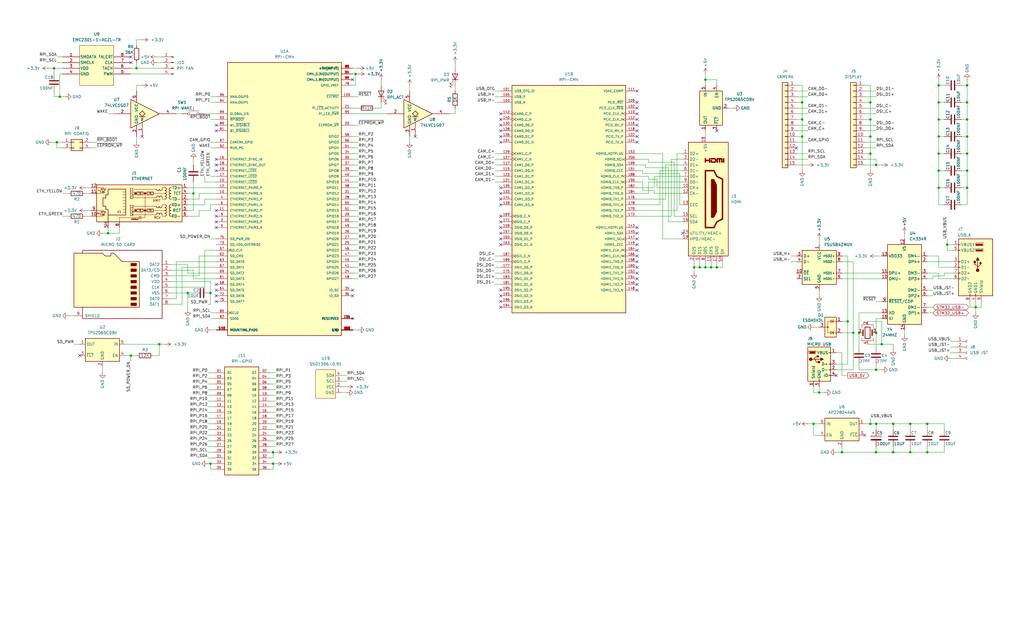
<source format=kicad_sch>
(kicad_sch (version 20231120) (generator "eeschema") (generator_version "8.0")
  (paper "User" 457.2 279.4)
  (title_block (title "XYmatics E64") (date "2025-07-20") (rev "0.0") (company "XYmatics E64"))
  (lib_symbols
    (symbol "74xGxx:74LVC1G07"
      (property "Reference" "U" (at 0 7.62 0))
      (property "Value" "74LVC1G07" (at 3.81 -7.62 0))
      (symbol "74LVC1G07_1_1"
        (pin free line (at -2.54 -10.16 90) (length 6.35) (name "NC") (number "1"))
        (pin input line (at -15.24 0 0) (length 7.62) (name "~") (number "2"))
        (pin power_in line (at -5.08 -10.16 90) (length 5.08) (name "GND") (number "3"))
        (pin open_collector line (at 12.7 0 180) (length 7.62) (name "~") (number "4"))
        (pin power_in line (at -5.08 10.16 270) (length 5.08) (name "VCC") (number "5"))
      )
    )
    (symbol "Connector:Conn_01x04_Pin" (pin_names (offset 1.016) hide)
      (property "Reference" "J" (at 0 5.08 0))
      (property "Value" "Conn_01x04_Pin" (at 0 -7.62 0))
      (symbol "Conn_01x04_Pin_1_1"
        (pin passive line (at 5.08 2.54 180) (length 3.81) (name "Pin_1") (number "1"))
        (pin passive line (at 5.08 0 180) (length 3.81) (name "Pin_2") (number "2"))
        (pin passive line (at 5.08 -2.54 180) (length 3.81) (name "Pin_3") (number "3"))
        (pin passive line (at 5.08 -5.08 180) (length 3.81) (name "Pin_4") (number "4"))
      )
    )
    (symbol "Connector:Conn_01x04_Socket" (pin_names (offset 1.016) hide)
      (property "Reference" "J" (at 0 5.08 0))
      (property "Value" "Conn_01x04_Socket" (at 0 -7.62 0))
      (symbol "Conn_01x04_Socket_1_1"
        (pin passive line (at -5.08 2.54 0) (length 3.81) (name "Pin_1") (number "1"))
        (pin passive line (at -5.08 0 0) (length 3.81) (name "Pin_2") (number "2"))
        (pin passive line (at -5.08 -2.54 0) (length 3.81) (name "Pin_3") (number "3"))
        (pin passive line (at -5.08 -5.08 0) (length 3.81) (name "Pin_4") (number "4"))
      )
    )
    (symbol "Connector:HDMI_A_1.4"
      (property "Reference" "J" (at -6.35 26.67 0))
      (property "Value" "HDMI_A_1.4" (at 10.16 26.67 0))
      (symbol "HDMI_A_1.4_1_1"
        (pin passive line (at -10.16 20.32 0) (length 2.54) (name "D2+") (number "1"))
        (pin passive line (at -10.16 5.08 0) (length 2.54) (name "CK+") (number "10"))
        (pin power_in line (at 2.54 -27.94 90) (length 2.54) (name "CKS") (number "11"))
        (pin passive line (at -10.16 2.54 0) (length 2.54) (name "CK-") (number "12"))
        (pin bidirectional line (at -10.16 -2.54 0) (length 2.54) (name "CEC") (number "13"))
        (pin passive line (at -10.16 -15.24 0) (length 2.54) (name "UTILITY/HEAC+") (number "14"))
        (pin passive line (at -10.16 -7.62 0) (length 2.54) (name "SCL") (number "15"))
        (pin bidirectional line (at -10.16 -10.16 0) (length 2.54) (name "SDA") (number "16"))
        (pin power_in line (at 5.08 -27.94 90) (length 2.54) (name "GND") (number "17"))
        (pin power_in line (at 0 27.94 270) (length 2.54) (name "+5V") (number "18"))
        (pin passive line (at -10.16 -17.78 0) (length 2.54) (name "HPD/HEAC-") (number "19"))
        (pin power_in line (at -5.08 -27.94 90) (length 2.54) (name "D2S") (number "2"))
        (pin passive line (at -10.16 17.78 0) (length 2.54) (name "D2-") (number "3"))
        (pin passive line (at -10.16 15.24 0) (length 2.54) (name "D1+") (number "4"))
        (pin power_in line (at -2.54 -27.94 90) (length 2.54) (name "D1S") (number "5"))
        (pin passive line (at -10.16 12.7 0) (length 2.54) (name "D1-") (number "6"))
        (pin passive line (at -10.16 10.16 0) (length 2.54) (name "D0+") (number "7"))
        (pin power_in line (at 0 -27.94 90) (length 2.54) (name "D0S") (number "8"))
        (pin passive line (at -10.16 7.62 0) (length 2.54) (name "D0-") (number "9"))
        (pin passive line (at 7.62 -27.94 90) (length 2.54) (name "SH") (number "SH"))
      )
    )
    (symbol "Connector:Micro_SD_Card" (pin_names (offset 1.016))
      (property "Reference" "J" (at -16.51 15.24 0))
      (property "Value" "Micro_SD_Card" (at 16.51 15.24 0))
      (symbol "Micro_SD_Card_1_1"
        (pin bidirectional line (at -22.86 7.62 0) (length 3.81) (name "DAT2") (number "1"))
        (pin bidirectional line (at -22.86 5.08 0) (length 3.81) (name "DAT3/CD") (number "2"))
        (pin input line (at -22.86 2.54 0) (length 3.81) (name "CMD") (number "3"))
        (pin power_in line (at -22.86 0 0) (length 3.81) (name "VDD") (number "4"))
        (pin input line (at -22.86 -2.54 0) (length 3.81) (name "CLK") (number "5"))
        (pin power_in line (at -22.86 -5.08 0) (length 3.81) (name "VSS") (number "6"))
        (pin bidirectional line (at -22.86 -7.62 0) (length 3.81) (name "DAT0") (number "7"))
        (pin bidirectional line (at -22.86 -10.16 0) (length 3.81) (name "DAT1") (number "8"))
        (pin passive line (at 20.32 -15.24 180) (length 3.81) (name "SHIELD") (number "9"))
      )
    )
    (symbol "Connector:RJ45_Hanrun_HR911105A_Horizontal"
      (property "Reference" "J" (at 18.415 10.16 0))
      (property "Value" "RJ45_Hanrun_HR911105A_Horizontal" (at -19.05 10.16 0))
      (symbol "RJ45_Hanrun_HR911105A_Horizontal_0_0"
        (text "C1" (at 4.699 6.985 0) (effects (font (size 0.889 0.889))))
        (text "C1" (at 10.16 -3.175 0) (effects (font (size 0.889 0.889))))
        (text "C2" (at 4.699 3.175 0) (effects (font (size 0.889 0.889))))
        (text "C3" (at 4.699 -0.635 0) (effects (font (size 0.889 0.889))))
        (text "C4" (at 4.699 5.715 0) (effects (font (size 0.889 0.889))))
        (text "C5" (at 4.699 4.445 0) (effects (font (size 0.889 0.889))))
        (text "C6" (at 4.699 -4.445 0) (effects (font (size 0.889 0.889))))
        (text "C7" (at 4.699 -1.905 0) (effects (font (size 0.889 0.889))))
        (text "C8" (at 4.699 -3.175 0) (effects (font (size 0.889 0.889))))
        (text "RCV" (at -8.255 -5.715 0) (effects (font (size 1.016 1.016)) (justify left)))
        (text "XMIT" (at -8.255 1.905 0) (effects (font (size 1.016 1.016)) (justify left)))
      )
      (symbol "RJ45_Hanrun_HR911105A_Horizontal_1_0"
        (text "1000pF" (at 3.302 -6.477 0) (effects (font (size 0.635 0.635))))
      )
      (symbol "RJ45_Hanrun_HR911105A_Horizontal_1_1"
        (text "75" (at -3.556 -2.54 0) (effects (font (size 0.635 0.635))))
        (text "75" (at -3.556 5.08 0) (effects (font (size 0.635 0.635))))
        (text "75" (at 1.016 -2.54 0) (effects (font (size 0.635 0.635))))
        (text "75" (at 1.016 5.08 0) (effects (font (size 0.635 0.635))))
        (text "G" (at 19.685 -3.81 0) (effects (font (size 0.635 0.635))))
        (text "Y" (at 19.558 6.35 0) (effects (font (size 0.635 0.635))))
        (pin passive line (at -20.32 7.62 0) (length 2.54) (name "TD+") (number "1"))
        (pin passive line (at 22.86 -5.08 180) (length 2.54) (name "") (number "10"))
        (pin passive line (at 22.86 5.08 180) (length 2.54) (name "") (number "11"))
        (pin passive line (at 22.86 7.62 180) (length 2.54) (name "") (number "12"))
        (pin passive line (at -20.32 2.54 0) (length 2.54) (name "TD-") (number "2"))
        (pin passive line (at -20.32 0 0) (length 2.54) (name "RD+") (number "3"))
        (pin passive line (at -20.32 5.08 0) (length 2.54) (name "TCT") (number "4"))
        (pin passive line (at -20.32 -2.54 0) (length 2.54) (name "RCT") (number "5"))
        (pin passive line (at -20.32 -5.08 0) (length 2.54) (name "RD-") (number "6"))
        (pin no_connect line (at 20.32 0 0) (length 0) hide (name "NC") (number "7"))
        (pin power_in line (at 10.16 -10.16 90) (length 2.54) (name "") (number "8"))
        (pin passive line (at 22.86 -2.54 180) (length 2.54) (name "") (number "9"))
        (pin passive line (at 15.24 -10.16 90) (length 2.54) (name "") (number "SH"))
      )
    )
    (symbol "Connector:USB_A_Stacked" (pin_names (offset 1.016))
      (property "Reference" "J" (at 0 15.875 0))
      (property "Value" "USB_A_Stacked" (at 0 13.97 0))
      (symbol "USB_A_Stacked_1_1"
        (pin power_in line (at 10.16 10.16 180) (length 2.54) (name "VBUS1") (number "1"))
        (pin bidirectional line (at 10.16 0 180) (length 2.54) (name "D1-") (number "2"))
        (pin bidirectional line (at 10.16 2.54 180) (length 2.54) (name "D1+") (number "3"))
        (pin power_in line (at 0 -15.24 90) (length 2.54) (name "GND1") (number "4"))
        (pin power_in line (at 10.16 7.62 180) (length 2.54) (name "VBUS2") (number "5"))
        (pin bidirectional line (at 10.16 -5.08 180) (length 2.54) (name "D2-") (number "6"))
        (pin bidirectional line (at 10.16 -2.54 180) (length 2.54) (name "D2+") (number "7"))
        (pin power_in line (at 2.54 -15.24 90) (length 2.54) (name "GND2") (number "8"))
        (pin passive line (at -2.54 -15.24 90) (length 2.54) (name "Shield") (number "9"))
      )
    )
    (symbol "Connector:USB_OTG" (pin_names (offset 1.016))
      (property "Reference" "J" (at -5.08 11.43 0))
      (property "Value" "USB_OTG" (at -5.08 8.89 0))
      (symbol "USB_OTG_1_1"
        (pin passive line (at 7.62 5.08 180) (length 2.54) (name "VBUS") (number "1"))
        (pin bidirectional line (at 7.62 -2.54 180) (length 2.54) (name "D-") (number "2"))
        (pin bidirectional line (at 7.62 0 180) (length 2.54) (name "D+") (number "3"))
        (pin passive line (at 7.62 -5.08 180) (length 2.54) (name "ID") (number "4"))
        (pin passive line (at 0 -10.16 90) (length 2.54) (name "GND") (number "5"))
        (pin passive line (at -2.54 -10.16 90) (length 2.54) (name "Shield") (number "6"))
      )
    )
    (symbol "Connector_Generic:Conn_01x15" (pin_names (offset 1.016) hide)
      (property "Reference" "J" (at 0 20.32 0))
      (property "Value" "Conn_01x15" (at 0 -20.32 0))
      (symbol "Conn_01x15_1_1"
        (pin passive line (at -5.08 17.78 0) (length 3.81) (name "Pin_1") (number "1"))
        (pin passive line (at -5.08 -5.08 0) (length 3.81) (name "Pin_10") (number "10"))
        (pin passive line (at -5.08 -7.62 0) (length 3.81) (name "Pin_11") (number "11"))
        (pin passive line (at -5.08 -10.16 0) (length 3.81) (name "Pin_12") (number "12"))
        (pin passive line (at -5.08 -12.7 0) (length 3.81) (name "Pin_13") (number "13"))
        (pin passive line (at -5.08 -15.24 0) (length 3.81) (name "Pin_14") (number "14"))
        (pin passive line (at -5.08 -17.78 0) (length 3.81) (name "Pin_15") (number "15"))
        (pin passive line (at -5.08 15.24 0) (length 3.81) (name "Pin_2") (number "2"))
        (pin passive line (at -5.08 12.7 0) (length 3.81) (name "Pin_3") (number "3"))
        (pin passive line (at -5.08 10.16 0) (length 3.81) (name "Pin_4") (number "4"))
        (pin passive line (at -5.08 7.62 0) (length 3.81) (name "Pin_5") (number "5"))
        (pin passive line (at -5.08 5.08 0) (length 3.81) (name "Pin_6") (number "6"))
        (pin passive line (at -5.08 2.54 0) (length 3.81) (name "Pin_7") (number "7"))
        (pin passive line (at -5.08 0 0) (length 3.81) (name "Pin_8") (number "8"))
        (pin passive line (at -5.08 -2.54 0) (length 3.81) (name "Pin_9") (number "9"))
      )
    )
    (symbol "Connector_Generic:Conn_02x02_Odd_Even" (pin_names (offset 1.016) hide)
      (property "Reference" "J" (at 1.27 2.54 0))
      (property "Value" "Conn_02x02_Odd_Even" (at 1.27 -5.08 0))
      (symbol "Conn_02x02_Odd_Even_1_1"
        (pin passive line (at -5.08 0 0) (length 3.81) (name "Pin_1") (number "1"))
        (pin passive line (at 7.62 0 180) (length 3.81) (name "Pin_2") (number "2"))
        (pin passive line (at -5.08 -2.54 0) (length 3.81) (name "Pin_3") (number "3"))
        (pin passive line (at 7.62 -2.54 180) (length 3.81) (name "Pin_4") (number "4"))
      )
    )
    (symbol "Custom:SSD1306-128-32-0.91"
      (property "Reference" "U" (at 0 1.27 0))
      (property "Value" "SSD1306-0.91" (at 9.144 1.27 0))
      (symbol "SSD1306-128-32-0.91_1_1"
        (pin power_in line (at -2.54 -10.16 0) (length 2.54) (name "GND") (number "1"))
        (pin power_in line (at -2.54 -7.62 0) (length 2.54) (name "VCC") (number "2"))
        (pin bidirectional line (at -2.54 -5.08 0) (length 2.54) (name "SCL") (number "3"))
        (pin bidirectional line (at -2.54 -2.54 0) (length 2.54) (name "SDA") (number "4"))
      )
    )
    (symbol "Device:C" (pin_numbers hide) (pin_names (offset 0.254))
      (property "Reference" "C" (at 0.635 2.54 0))
      (property "Value" "C" (at 0.635 -2.54 0))
      (symbol "C_1_1"
        (pin passive line (at 0 3.81 270) (length 2.794) (name "~") (number "1"))
        (pin passive line (at 0 -3.81 90) (length 2.794) (name "~") (number "2"))
      )
    )
    (symbol "Device:C_Polarized" (pin_numbers hide) (pin_names (offset 0.254))
      (property "Reference" "C" (at 0.635 2.54 0))
      (property "Value" "C_Polarized" (at 0.635 -2.54 0))
      (symbol "C_Polarized_1_1"
        (pin passive line (at 0 3.81 270) (length 2.794) (name "~") (number "1"))
        (pin passive line (at 0 -3.81 90) (length 2.794) (name "~") (number "2"))
      )
    )
    (symbol "Device:Crystal_GND24" (pin_names (offset 1.016) hide)
      (property "Reference" "Y" (at 3.175 5.08 0))
      (property "Value" "Crystal_GND24" (at 3.175 3.175 0))
      (symbol "Crystal_GND24_1_1"
        (pin passive line (at -3.81 0 0) (length 1.27) (name "1") (number "1"))
        (pin passive line (at 0 5.08 270) (length 1.27) (name "2") (number "2"))
        (pin passive line (at 3.81 0 180) (length 1.27) (name "3") (number "3"))
        (pin passive line (at 0 -5.08 90) (length 1.27) (name "4") (number "4"))
      )
    )
    (symbol "Device:LED" (pin_numbers hide) (pin_names (offset 1.016) hide)
      (property "Reference" "D" (at 0 2.54 0))
      (property "Value" "LED" (at 0 -2.54 0))
      (symbol "LED_1_1"
        (pin passive line (at -3.81 0 0) (length 2.54) (name "K") (number "1"))
        (pin passive line (at 3.81 0 180) (length 2.54) (name "A") (number "2"))
      )
    )
    (symbol "Device:R" (pin_numbers hide) (pin_names (offset 0))
      (property "Reference" "R" (at 2.032 0 90))
      (property "Value" "R" (at 0 0 90))
      (symbol "R_1_1"
        (pin passive line (at 0 3.81 270) (length 1.27) (name "~") (number "1"))
        (pin passive line (at 0 -3.81 90) (length 1.27) (name "~") (number "2"))
      )
    )
    (symbol "EMC2301-1-ACZL-TR:EMC2301-1-ACZL-TR" (pin_names (offset 0.254))
      (property "Reference" "U" (at 25.4 10.16 0))
      (property "Value" "EMC2301-1-ACZL-TR" (at 25.4 7.62 0))
      (symbol "EMC2301-1-ACZL-TR_0_1"
        (pin bidirectional line (at 0 0 0) (length 7.62) (name "SMDATA") (number "1"))
        (pin input line (at 0 -2.54 0) (length 7.62) (name "SMCLK") (number "2"))
        (pin power_in line (at 0 -5.08 0) (length 7.62) (name "VDD") (number "3"))
        (pin power_in line (at 0 -7.62 0) (length 7.62) (name "GND") (number "4"))
        (pin output line (at 30.48 -7.62 180) (length 7.62) (name "PWM") (number "5"))
        (pin input line (at 30.48 -5.08 180) (length 7.62) (name "TACH") (number "6"))
        (pin bidirectional line (at 30.48 -2.54 180) (length 7.62) (name "CLK") (number "7"))
        (pin output line (at 30.48 0 180) (length 7.62) (name "*ALERT") (number "8"))
      )
    )
    (symbol "Interface_USB:CH334R"
      (property "Reference" "U" (at -7.62 20.32 0))
      (property "Value" "CH334R" (at 2.54 20.32 0))
      (symbol "CH334R_1_1"
        (pin bidirectional line (at 10.16 12.7 180) (length 2.54) (name "DM4-") (number "1"))
        (pin bidirectional line (at -10.16 2.54 0) (length 2.54) (name "DMU-") (number "10"))
        (pin bidirectional line (at -10.16 5.08 0) (length 2.54) (name "DPU+") (number "11"))
        (pin power_in line (at 0 20.32 270) (length 2.54) (name "V5") (number "12"))
        (pin passive line (at -10.16 12.7 0) (length 2.54) (name "VDD33") (number "13"))
        (pin power_in line (at 0 -20.32 90) (length 2.54) (name "GND") (number "14"))
        (pin passive line (at -10.16 -12.7 0) (length 2.54) (name "XO") (number "15"))
        (pin passive line (at -10.16 -15.24 0) (length 2.54) (name "XI") (number "16"))
        (pin bidirectional line (at 10.16 10.16 180) (length 2.54) (name "DP4+") (number "2"))
        (pin bidirectional line (at 10.16 5.08 180) (length 2.54) (name "DM3-") (number "3"))
        (pin bidirectional line (at 10.16 2.54 180) (length 2.54) (name "DP3+") (number "4"))
        (pin bidirectional line (at 10.16 -2.54 180) (length 2.54) (name "DM2-") (number "5"))
        (pin bidirectional line (at 10.16 -5.08 180) (length 2.54) (name "DP2+") (number "6"))
        (pin bidirectional line (at 10.16 -10.16 180) (length 2.54) (name "DM1-") (number "7"))
        (pin bidirectional line (at 10.16 -12.7 180) (length 2.54) (name "DP1+") (number "8"))
        (pin input line (at -10.16 -7.62 0) (length 2.54) (name "~{RESET}/CDP") (number "9"))
      )
    )
    (symbol "Interface_USB:FSUSB42MUX"
      (property "Reference" "U" (at -6.35 8.89 0))
      (property "Value" "FSUSB42MUX" (at 7.62 8.89 0))
      (symbol "FSUSB42MUX_1_1"
        (pin power_in line (at 0 10.16 270) (length 2.54) (name "VCC") (number "1"))
        (pin input line (at -10.16 -2.54 0) (length 2.54) (name "~{OE}") (number "10"))
        (pin input line (at -10.16 -5.08 0) (length 2.54) (name "SEL") (number "2"))
        (pin bidirectional line (at -10.16 5.08 0) (length 2.54) (name "D+") (number "3"))
        (pin bidirectional line (at -10.16 2.54 0) (length 2.54) (name "D-") (number "4"))
        (pin power_in line (at 0 -10.16 90) (length 2.54) (name "GND") (number "5"))
        (pin bidirectional line (at 10.16 -5.08 180) (length 2.54) (name "HSD1-") (number "6"))
        (pin bidirectional line (at 10.16 -2.54 180) (length 2.54) (name "HSD1+") (number "7"))
        (pin bidirectional line (at 10.16 2.54 180) (length 2.54) (name "HSD2-") (number "8"))
        (pin bidirectional line (at 10.16 5.08 180) (length 2.54) (name "HSD2+") (number "9"))
      )
    )
    (symbol "Power_Management:AP22804AW5"
      (property "Reference" "U" (at -7.62 -6.35 0))
      (property "Value" "AP22804AW5" (at -7.62 6.35 0))
      (symbol "AP22804AW5_1_1"
        (pin power_out line (at 10.16 2.54 180) (length 2.54) (name "OUT") (number "1"))
        (pin power_in line (at 0 -7.62 90) (length 2.54) (name "GND") (number "2"))
        (pin open_collector line (at 10.16 -2.54 180) (length 2.54) (name "~{FLG}") (number "3"))
        (pin input line (at -10.16 -2.54 0) (length 2.54) (name "EN") (number "4"))
        (pin power_in line (at -10.16 2.54 0) (length 2.54) (name "IN") (number "5"))
      )
    )
    (symbol "Power_Management:TPS2065CDBV"
      (property "Reference" "U" (at -7.62 -6.35 0))
      (property "Value" "TPS2065CDBV" (at -7.62 6.35 0))
      (symbol "TPS2065CDBV_1_1"
        (pin power_out line (at 10.16 2.54 180) (length 2.54) (name "OUT") (number "1"))
        (pin power_in line (at 0 -7.62 90) (length 2.54) (name "GND") (number "2"))
        (pin open_collector line (at 10.16 -2.54 180) (length 2.54) (name "~{FLT}") (number "3"))
        (pin input line (at -10.16 -2.54 0) (length 2.54) (name "EN") (number "4"))
        (pin power_in line (at -10.16 2.54 0) (length 2.54) (name "IN") (number "5"))
      )
    )
    (symbol "Power_Protection:ESDA5V3L" (pin_names hide)
      (property "Reference" "D" (at 5.715 2.54 0))
      (property "Value" "ESDA5V3L" (at 5.715 0.635 0))
      (symbol "ESDA5V3L_0_0"
        (pin passive line (at 0 -5.08 90) (length 2.54) (name "A") (number "3"))
      )
      (symbol "ESDA5V3L_1_1"
        (pin passive line (at -2.54 5.08 270) (length 2.54) (name "K") (number "1"))
        (pin passive line (at 2.54 5.08 270) (length 2.54) (name "K") (number "2"))
      )
    )
    (symbol "RPI-CM4:CM4102008" (pin_names (offset 1.016))
      (property "Reference" "U" (at -25.4 61.722 0))
      (property "Value" "RPI-CM4" (at -25.4 -61.722 0))
      (symbol "CM4102008_1_0"
        (pin power_in line (at 30.48 -58.42 180) (length 5.08) (name "GND") (number "1"))
        (pin bidirectional line (at -30.48 2.54 0) (length 5.08) (name "ETHERNET_PAIR0_N") (number "10"))
        (pin output line (at 30.48 45.72 180) (length 5.08) (name "~{EXTRST}") (number "100"))
        (pin no_connect line (at 30.48 -53.34 180) (length 5.08) (name "RESERVED") (number "104"))
        (pin no_connect line (at 30.48 -53.34 180) (length 5.08) (name "RESERVED") (number "106"))
        (pin power_in line (at 30.48 -58.42 180) (length 5.08) (name "GND") (number "107"))
        (pin power_in line (at 30.48 -58.42 180) (length 5.08) (name "GND") (number "108"))
        (pin bidirectional line (at -30.48 -5.08 0) (length 5.08) (name "ETHERNET_PAIR2_P") (number "11"))
        (pin power_in line (at 30.48 -58.42 180) (length 5.08) (name "GND") (number "113"))
        (pin power_in line (at 30.48 -58.42 180) (length 5.08) (name "GND") (number "114"))
        (pin power_in line (at 30.48 -58.42 180) (length 5.08) (name "GND") (number "119"))
        (pin bidirectional line (at -30.48 5.08 0) (length 5.08) (name "ETHERNET_PAIR0_P") (number "12"))
        (pin power_in line (at 30.48 -58.42 180) (length 5.08) (name "GND") (number "120"))
        (pin power_in line (at 30.48 -58.42 180) (length 5.08) (name "GND") (number "125"))
        (pin power_in line (at 30.48 -58.42 180) (length 5.08) (name "GND") (number "126"))
        (pin power_in line (at 30.48 -58.42 180) (length 5.08) (name "GND") (number "13"))
        (pin power_in line (at 30.48 -58.42 180) (length 5.08) (name "GND") (number "131"))
        (pin power_in line (at 30.48 -58.42 180) (length 5.08) (name "GND") (number "132"))
        (pin power_in line (at 30.48 -58.42 180) (length 5.08) (name "GND") (number "137"))
        (pin power_in line (at 30.48 -58.42 180) (length 5.08) (name "GND") (number "138"))
        (pin power_in line (at 30.48 -58.42 180) (length 5.08) (name "GND") (number "14"))
        (pin power_in line (at 30.48 -58.42 180) (length 5.08) (name "GND") (number "144"))
        (pin output line (at -30.48 7.62 0) (length 5.08) (name "ETHERNET_~{LED3}") (number "15"))
        (pin power_in line (at 30.48 -58.42 180) (length 5.08) (name "GND") (number "150"))
        (pin power_in line (at 30.48 -58.42 180) (length 5.08) (name "GND") (number "155"))
        (pin power_in line (at 30.48 -58.42 180) (length 5.08) (name "GND") (number "156"))
        (pin input line (at -30.48 17.78 0) (length 5.08) (name "ETHERNET_SYNC_IN") (number "16"))
        (pin power_in line (at 30.48 -58.42 180) (length 5.08) (name "GND") (number "161"))
        (pin power_in line (at 30.48 -58.42 180) (length 5.08) (name "GND") (number "162"))
        (pin power_in line (at 30.48 -58.42 180) (length 5.08) (name "GND") (number "167"))
        (pin power_in line (at 30.48 -58.42 180) (length 5.08) (name "GND") (number "168"))
        (pin output line (at -30.48 10.16 0) (length 5.08) (name "ETHERNET_~{LED2}") (number "17"))
        (pin power_in line (at 30.48 -58.42 180) (length 5.08) (name "GND") (number "173"))
        (pin power_in line (at 30.48 -58.42 180) (length 5.08) (name "GND") (number "174"))
        (pin power_in line (at 30.48 -58.42 180) (length 5.08) (name "GND") (number "179"))
        (pin output line (at -30.48 15.24 0) (length 5.08) (name "ETHERNET_SYNC_OUT") (number "18"))
        (pin power_in line (at 30.48 -58.42 180) (length 5.08) (name "GND") (number "180"))
        (pin power_in line (at 30.48 -58.42 180) (length 5.08) (name "GND") (number "185"))
        (pin power_in line (at 30.48 -58.42 180) (length 5.08) (name "GND") (number "186"))
        (pin output line (at -30.48 12.7 0) (length 5.08) (name "ETHERNET_~{LED1}") (number "19"))
        (pin power_in line (at 30.48 -58.42 180) (length 5.08) (name "GND") (number "191"))
        (pin power_in line (at 30.48 -58.42 180) (length 5.08) (name "GND") (number "192"))
        (pin power_in line (at 30.48 -58.42 180) (length 5.08) (name "GND") (number "197"))
        (pin power_in line (at 30.48 -58.42 180) (length 5.08) (name "GND") (number "198"))
        (pin power_in line (at 30.48 -58.42 180) (length 5.08) (name "GND") (number "2"))
        (pin bidirectional line (at 30.48 33.02 180) (length 5.08) (name "EEPROM_~{WP}") (number "20"))
        (pin bidirectional line (at 30.48 40.64 180) (length 5.08) (name "PI_~{LED}_ACTIVITY") (number "21"))
        (pin power_in line (at 30.48 -58.42 180) (length 5.08) (name "GND") (number "22"))
        (pin power_in line (at 30.48 -58.42 180) (length 5.08) (name "GND") (number "23"))
        (pin bidirectional line (at 30.48 -33.02 180) (length 5.08) (name "GPIO26") (number "24"))
        (pin bidirectional line (at 30.48 -20.32 180) (length 5.08) (name "GPIO21") (number "25"))
        (pin bidirectional line (at 30.48 -15.24 180) (length 5.08) (name "GPIO19") (number "26"))
        (pin bidirectional line (at 30.48 -17.78 180) (length 5.08) (name "GPIO20") (number "27"))
        (pin bidirectional line (at 30.48 0 180) (length 5.08) (name "GPIO13") (number "28"))
        (pin bidirectional line (at 30.48 -7.62 180) (length 5.08) (name "GPIO16") (number "29"))
        (pin bidirectional line (at -30.48 -10.16 0) (length 5.08) (name "ETHERNET_PAIR3_P") (number "3"))
        (pin bidirectional line (at 30.48 17.78 180) (length 5.08) (name "GPIO6") (number "30"))
        (pin bidirectional line (at 30.48 2.54 180) (length 5.08) (name "GPIO12") (number "31"))
        (pin power_in line (at 30.48 -58.42 180) (length 5.08) (name "GND") (number "32"))
        (pin power_in line (at 30.48 -58.42 180) (length 5.08) (name "GND") (number "33"))
        (pin bidirectional line (at 30.48 20.32 180) (length 5.08) (name "GPIO5") (number "34"))
        (pin bidirectional line (at 30.48 -40.64 180) (length 5.08) (name "ID_SC") (number "35"))
        (pin bidirectional line (at 30.48 -43.18 180) (length 5.08) (name "ID_SD") (number "36"))
        (pin bidirectional line (at 30.48 15.24 180) (length 5.08) (name "GPIO7") (number "37"))
        (pin bidirectional line (at 30.48 5.08 180) (length 5.08) (name "GPIO11") (number "38"))
        (pin bidirectional line (at 30.48 12.7 180) (length 5.08) (name "GPIO8") (number "39"))
        (pin bidirectional line (at -30.48 0 0) (length 5.08) (name "ETHERNET_PAIR1_P") (number "4"))
        (pin bidirectional line (at 30.48 10.16 180) (length 5.08) (name "GPIO9") (number "40"))
        (pin bidirectional line (at 30.48 -30.48 180) (length 5.08) (name "GPIO25") (number "41"))
        (pin power_in line (at 30.48 -58.42 180) (length 5.08) (name "GND") (number "42"))
        (pin power_in line (at 30.48 -58.42 180) (length 5.08) (name "GND") (number "43"))
        (pin bidirectional line (at 30.48 7.62 180) (length 5.08) (name "GPIO10") (number "44"))
        (pin bidirectional line (at 30.48 -27.94 180) (length 5.08) (name "GPIO24") (number "45"))
        (pin bidirectional line (at 30.48 -22.86 180) (length 5.08) (name "GPIO22") (number "46"))
        (pin bidirectional line (at 30.48 -25.4 180) (length 5.08) (name "GPIO23") (number "47"))
        (pin bidirectional line (at 30.48 -35.56 180) (length 5.08) (name "GPIO27") (number "48"))
        (pin bidirectional line (at 30.48 -12.7 180) (length 5.08) (name "GPIO18") (number "49"))
        (pin bidirectional line (at -30.48 -12.7 0) (length 5.08) (name "ETHERNET_PAIR3_N") (number "5"))
        (pin bidirectional line (at 30.48 -10.16 180) (length 5.08) (name "GPIO17") (number "50"))
        (pin bidirectional line (at 30.48 -5.08 180) (length 5.08) (name "GPIO15") (number "51"))
        (pin power_in line (at 30.48 -58.42 180) (length 5.08) (name "GND") (number "52"))
        (pin power_in line (at 30.48 -58.42 180) (length 5.08) (name "GND") (number "53"))
        (pin bidirectional line (at 30.48 22.86 180) (length 5.08) (name "GPIO4") (number "54"))
        (pin bidirectional line (at 30.48 -2.54 180) (length 5.08) (name "GPIO14") (number "55"))
        (pin bidirectional line (at 30.48 25.4 180) (length 5.08) (name "GPIO3") (number "56"))
        (pin bidirectional clock (at -30.48 -22.86 0) (length 5.08) (name "SD_CLK") (number "57"))
        (pin bidirectional line (at 30.48 27.94 180) (length 5.08) (name "GPIO2") (number "58"))
        (pin power_in line (at 30.48 -58.42 180) (length 5.08) (name "GND") (number "59"))
        (pin bidirectional line (at -30.48 -2.54 0) (length 5.08) (name "ETHERNET_PAIR1_N") (number "6"))
        (pin power_in line (at 30.48 -58.42 180) (length 5.08) (name "GND") (number "60"))
        (pin bidirectional line (at -30.48 -35.56 0) (length 5.08) (name "SD_DAT3") (number "61"))
        (pin input line (at -30.48 -25.4 0) (length 5.08) (name "SD_CMD") (number "62"))
        (pin bidirectional line (at -30.48 -27.94 0) (length 5.08) (name "SD_DAT0") (number "63"))
        (pin bidirectional line (at -30.48 -40.64 0) (length 5.08) (name "SD_DAT5") (number "64"))
        (pin power_in line (at 30.48 -58.42 180) (length 5.08) (name "GND") (number "65"))
        (pin power_in line (at 30.48 -58.42 180) (length 5.08) (name "GND") (number "66"))
        (pin bidirectional line (at -30.48 -30.48 0) (length 5.08) (name "SD_DAT1") (number "67"))
        (pin bidirectional line (at -30.48 -38.1 0) (length 5.08) (name "SD_DAT4") (number "68"))
        (pin bidirectional line (at -30.48 -33.02 0) (length 5.08) (name "SD_DAT2") (number "69"))
        (pin power_in line (at 30.48 -58.42 180) (length 5.08) (name "GND") (number "7"))
        (pin bidirectional line (at -30.48 -45.72 0) (length 5.08) (name "SD_DAT7") (number "70"))
        (pin power_in line (at 30.48 -58.42 180) (length 5.08) (name "GND") (number "71"))
        (pin bidirectional line (at -30.48 -43.18 0) (length 5.08) (name "SD_DAT6") (number "72"))
        (pin input line (at -30.48 -20.32 0) (length 5.08) (name "SD_VDD_OVERRIDE") (number "73"))
        (pin power_in line (at 30.48 -58.42 180) (length 5.08) (name "GND") (number "74"))
        (pin output line (at -30.48 -17.78 0) (length 5.08) (name "SD_PWR_ON") (number "75"))
        (pin no_connect line (at 30.48 -53.34 180) (length 5.08) (name "RESERVED") (number "76"))
        (pin power_in line (at 30.48 58.42 180) (length 5.08) (name "+5V(INPUT)") (number "77"))
        (pin power_in line (at 30.48 50.8 180) (length 5.08) (name "GPIO_VREF") (number "78"))
        (pin power_in line (at 30.48 58.42 180) (length 5.08) (name "+5V(INPUT)") (number "79"))
        (pin power_in line (at 30.48 -58.42 180) (length 5.08) (name "GND") (number "8"))
        (pin input clock (at -30.48 -50.8 0) (length 5.08) (name "SCL0") (number "80"))
        (pin power_in line (at 30.48 58.42 180) (length 5.08) (name "+5V(INPUT)") (number "81"))
        (pin bidirectional line (at -30.48 -53.34 0) (length 5.08) (name "SDA0") (number "82"))
        (pin power_in line (at 30.48 58.42 180) (length 5.08) (name "+5V(INPUT)") (number "83"))
        (pin power_in line (at 30.48 55.88 180) (length 5.08) (name "CM4_3.3V(OUTPUT)") (number "84"))
        (pin power_in line (at 30.48 58.42 180) (length 5.08) (name "+5V(INPUT)") (number "85"))
        (pin power_in line (at 30.48 55.88 180) (length 5.08) (name "CM4_3.3V(OUTPUT)") (number "86"))
        (pin power_in line (at 30.48 58.42 180) (length 5.08) (name "+5V(INPUT)") (number "87"))
        (pin power_in line (at 30.48 53.34 180) (length 5.08) (name "CM4_1.8V(OUTPUT)") (number "88"))
        (pin input line (at -30.48 33.02 0) (length 5.08) (name "WL_~{DISABLE}") (number "89"))
        (pin bidirectional line (at -30.48 -7.62 0) (length 5.08) (name "ETHERNET_PAIR2_N") (number "9"))
        (pin power_in line (at 30.48 53.34 180) (length 5.08) (name "CM4_1.8V(OUTPUT)") (number "90"))
        (pin input line (at -30.48 30.48 0) (length 5.08) (name "BT_~{DISABLE}") (number "91"))
        (pin bidirectional line (at -30.48 22.86 0) (length 5.08) (name "RUN_PG") (number "92"))
        (pin input line (at -30.48 35.56 0) (length 5.08) (name "~{RPIBOOT}") (number "93"))
        (pin input line (at -30.48 43.18 0) (length 5.08) (name "ANALOGIP1") (number "94"))
        (pin output line (at 30.48 38.1 180) (length 5.08) (name "PI_LED_~{PWR}") (number "95"))
        (pin input line (at -30.48 45.72 0) (length 5.08) (name "ANALOGIP0") (number "96"))
        (pin bidirectional line (at -30.48 25.4 0) (length 5.08) (name "CAMERA_GPIO") (number "97"))
        (pin power_in line (at 30.48 -58.42 180) (length 5.08) (name "GND") (number "98"))
        (pin input line (at -30.48 38.1 0) (length 5.08) (name "GLOBAL_EN") (number "99"))
        (pin passive line (at -30.48 -58.42 0) (length 5.08) (name "MOUNTING_PADS") (number "SH1"))
        (pin passive line (at -30.48 -58.42 0) (length 5.08) (name "MOUNTING_PADS") (number "SH2"))
        (pin passive line (at -30.48 -58.42 0) (length 5.08) (name "MOUNTING_PADS") (number "SH3"))
        (pin passive line (at -30.48 -58.42 0) (length 5.08) (name "MOUNTING_PADS") (number "SH4"))
      )
      (symbol "CM4102008_2_0"
        (pin input line (at -30.48 48.26 0) (length 5.08) (name "USB_OTG_ID") (number "101"))
        (pin input line (at 30.48 40.64 180) (length 5.08) (name "PCIE_CLK_~{REQ}") (number "102"))
        (pin bidirectional line (at -30.48 43.18 0) (length 5.08) (name "USB_N") (number "103"))
        (pin bidirectional line (at -30.48 45.72 0) (length 5.08) (name "USB_P") (number "105"))
        (pin output line (at 30.48 43.18 180) (length 5.08) (name "PCIE_~{RST}") (number "109"))
        (pin output clock (at 30.48 38.1 180) (length 5.08) (name "PCIE_CLK_P") (number "110"))
        (pin output line (at 30.48 48.26 180) (length 5.08) (name "VDAC_COMP") (number "111"))
        (pin output clock (at 30.48 35.56 180) (length 5.08) (name "PCIE_CLK_N") (number "112"))
        (pin input line (at -30.48 12.7 0) (length 5.08) (name "CAM1_D0_N") (number "115"))
        (pin input line (at 30.48 33.02 180) (length 5.08) (name "PCIE_RX_P") (number "116"))
        (pin input line (at -30.48 15.24 0) (length 5.08) (name "CAM1_D0_P") (number "117"))
        (pin input line (at 30.48 30.48 180) (length 5.08) (name "PCIE_RX_N") (number "118"))
        (pin input line (at -30.48 7.62 0) (length 5.08) (name "CAM1_D1_N") (number "121"))
        (pin output line (at 30.48 27.94 180) (length 5.08) (name "PCIE_TX_P") (number "122"))
        (pin input line (at -30.48 10.16 0) (length 5.08) (name "CAM1_D1_P") (number "123"))
        (pin output line (at 30.48 25.4 180) (length 5.08) (name "PCIE_TX_N") (number "124"))
        (pin input clock (at -30.48 17.78 0) (length 5.08) (name "CAM1_C_N") (number "127"))
        (pin input line (at -30.48 30.48 0) (length 5.08) (name "CAM0_D0_N") (number "128"))
        (pin input clock (at -30.48 20.32 0) (length 5.08) (name "CAM1_C_P") (number "129"))
        (pin input line (at -30.48 33.02 0) (length 5.08) (name "CAM0_D0_P") (number "130"))
        (pin input line (at -30.48 2.54 0) (length 5.08) (name "CAM1_D2_N") (number "133"))
        (pin input line (at -30.48 25.4 0) (length 5.08) (name "CAM0_D1_N") (number "134"))
        (pin input line (at -30.48 5.08 0) (length 5.08) (name "CAM1_D2_P") (number "135"))
        (pin input line (at -30.48 27.94 0) (length 5.08) (name "CAM0_D1_P") (number "136"))
        (pin input line (at -30.48 -2.54 0) (length 5.08) (name "CAM1_D3_N") (number "139"))
        (pin input clock (at -30.48 35.56 0) (length 5.08) (name "CAM0_C_N") (number "140"))
        (pin input line (at -30.48 0 0) (length 5.08) (name "CAM1_D3_P") (number "141"))
        (pin input clock (at -30.48 38.1 0) (length 5.08) (name "CAM0_C_P") (number "142"))
        (pin input line (at 30.48 -12.7 180) (length 5.08) (name "HDMI1_HOTPLUG") (number "143"))
        (pin bidirectional line (at 30.48 -15.24 180) (length 5.08) (name "HDMI1_SDA") (number "145"))
        (pin output line (at 30.48 -38.1 180) (length 5.08) (name "HDMI1_TX2_P") (number "146"))
        (pin bidirectional clock (at 30.48 -17.78 180) (length 5.08) (name "HDMI1_SCL") (number "147"))
        (pin output line (at 30.48 -40.64 180) (length 5.08) (name "HDMI1_TX2_N") (number "148"))
        (pin input line (at 30.48 -20.32 180) (length 5.08) (name "HDMI1_CEC") (number "149"))
        (pin input line (at 30.48 12.7 180) (length 5.08) (name "HDMI0_CEC") (number "151"))
        (pin output line (at 30.48 -33.02 180) (length 5.08) (name "HDMI1_TX1_P") (number "152"))
        (pin input line (at 30.48 20.32 180) (length 5.08) (name "HDMI0_HOTPLUG") (number "153"))
        (pin output line (at 30.48 -35.56 180) (length 5.08) (name "HDMI1_TX1_N") (number "154"))
        (pin output line (at -30.48 -15.24 0) (length 5.08) (name "DSI0_D0_N") (number "157"))
        (pin output line (at 30.48 -27.94 180) (length 5.08) (name "HDMI1_TX0_P") (number "158"))
        (pin output line (at -30.48 -12.7 0) (length 5.08) (name "DSI0_D0_P") (number "159"))
        (pin output line (at 30.48 -30.48 180) (length 5.08) (name "HDMI1_TX0_N") (number "160"))
        (pin output line (at -30.48 -20.32 0) (length 5.08) (name "DSI0_D1_N") (number "163"))
        (pin output clock (at 30.48 -22.86 180) (length 5.08) (name "HDMI1_CLK_P") (number "164"))
        (pin output line (at -30.48 -17.78 0) (length 5.08) (name "DSI0_D1_P") (number "165"))
        (pin output clock (at 30.48 -25.4 180) (length 5.08) (name "HDMI1_CLK_N") (number "166"))
        (pin output clock (at -30.48 -7.62 0) (length 5.08) (name "DSI0_C_N") (number "169"))
        (pin output line (at 30.48 -5.08 180) (length 5.08) (name "HDMI0_TX2_P") (number "170"))
        (pin output clock (at -30.48 -10.16 0) (length 5.08) (name "DSI0_C_P") (number "171"))
        (pin output line (at 30.48 -7.62 180) (length 5.08) (name "HDMI0_TX2_N") (number "172"))
        (pin output line (at -30.48 -33.02 0) (length 5.08) (name "DSI1_D0_N") (number "175"))
        (pin output line (at 30.48 0 180) (length 5.08) (name "HDMI0_TX1_P") (number "176"))
        (pin output line (at -30.48 -30.48 0) (length 5.08) (name "DSI1_D0_P") (number "177"))
        (pin output line (at 30.48 -2.54 180) (length 5.08) (name "HDMI0_TX1_N") (number "178"))
        (pin output line (at -30.48 -38.1 0) (length 5.08) (name "DSI1_D1_N") (number "181"))
        (pin output line (at 30.48 5.08 180) (length 5.08) (name "HDMI0_TX0_P") (number "182"))
        (pin output line (at -30.48 -35.56 0) (length 5.08) (name "DSI1_D1_P") (number "183"))
        (pin output line (at 30.48 2.54 180) (length 5.08) (name "HDMI0_TX0_N") (number "184"))
        (pin output clock (at -30.48 -25.4 0) (length 5.08) (name "DSI1_C_N") (number "187"))
        (pin output clock (at 30.48 10.16 180) (length 5.08) (name "HDMI0_CLK_P") (number "188"))
        (pin output clock (at -30.48 -27.94 0) (length 5.08) (name "DSI1_C_P") (number "189"))
        (pin output clock (at 30.48 7.62 180) (length 5.08) (name "HDMI0_CLK_N") (number "190"))
        (pin output line (at -30.48 -43.18 0) (length 5.08) (name "DSI1_D2_N") (number "193"))
        (pin output line (at -30.48 -48.26 0) (length 5.08) (name "DSI1_D3_N") (number "194"))
        (pin output line (at -30.48 -40.64 0) (length 5.08) (name "DSI1_D2_P") (number "195"))
        (pin output line (at -30.48 -45.72 0) (length 5.08) (name "DSI1_D3_P") (number "196"))
        (pin bidirectional line (at 30.48 15.24 180) (length 5.08) (name "HDMI0_SDA") (number "199"))
        (pin bidirectional clock (at 30.48 17.78 180) (length 5.08) (name "HDMI0_SCL") (number "200"))
      )
    )
    (symbol "Switch:SW_Push" (pin_numbers hide) (pin_names (offset 1.016) hide)
      (property "Reference" "SW" (at 1.27 2.54 0))
      (property "Value" "SW_Push" (at 0 -1.524 0))
      (symbol "SW_Push_0_1"
        (pin passive line (at -5.08 0 0) (length 2.54) (name "1") (number "1"))
        (pin passive line (at 5.08 0 180) (length 2.54) (name "2") (number "2"))
      )
    )
    (symbol "TST-118-01-T-D:TST-118-01-T-D" (pin_names (offset 1.016))
      (property "Reference" "J" (at -8.12 25.4 0))
      (property "Value" "TST-118-01-T-D" (at -7.62 -25.4 0))
      (symbol "TST-118-01-T-D_0_0"
        (pin passive line (at -12.7 22.86 0) (length 5.08) (name "01") (number "01"))
        (pin passive line (at 12.7 22.86 180) (length 5.08) (name "02") (number "02"))
        (pin passive line (at -12.7 20.32 0) (length 5.08) (name "03") (number "03"))
        (pin passive line (at 12.7 20.32 180) (length 5.08) (name "04") (number "04"))
        (pin passive line (at -12.7 17.78 0) (length 5.08) (name "05") (number "05"))
        (pin passive line (at 12.7 17.78 180) (length 5.08) (name "06") (number "06"))
        (pin passive line (at -12.7 15.24 0) (length 5.08) (name "07") (number "07"))
        (pin passive line (at 12.7 15.24 180) (length 5.08) (name "08") (number "08"))
        (pin passive line (at -12.7 12.7 0) (length 5.08) (name "09") (number "09"))
        (pin passive line (at 12.7 12.7 180) (length 5.08) (name "10") (number "10"))
        (pin passive line (at -12.7 10.16 0) (length 5.08) (name "11") (number "11"))
        (pin passive line (at 12.7 10.16 180) (length 5.08) (name "12") (number "12"))
        (pin passive line (at -12.7 7.62 0) (length 5.08) (name "13") (number "13"))
        (pin passive line (at 12.7 7.62 180) (length 5.08) (name "14") (number "14"))
        (pin passive line (at -12.7 5.08 0) (length 5.08) (name "15") (number "15"))
        (pin passive line (at 12.7 5.08 180) (length 5.08) (name "16") (number "16"))
        (pin passive line (at -12.7 2.54 0) (length 5.08) (name "17") (number "17"))
        (pin passive line (at 12.7 2.54 180) (length 5.08) (name "18") (number "18"))
        (pin passive line (at -12.7 0 0) (length 5.08) (name "19") (number "19"))
        (pin passive line (at 12.7 0 180) (length 5.08) (name "20") (number "20"))
        (pin passive line (at -12.7 -2.54 0) (length 5.08) (name "21") (number "21"))
        (pin passive line (at 12.7 -2.54 180) (length 5.08) (name "22") (number "22"))
        (pin passive line (at -12.7 -5.08 0) (length 5.08) (name "23") (number "23"))
        (pin passive line (at 12.7 -5.08 180) (length 5.08) (name "24") (number "24"))
        (pin passive line (at -12.7 -7.62 0) (length 5.08) (name "25") (number "25"))
        (pin passive line (at 12.7 -7.62 180) (length 5.08) (name "26") (number "26"))
        (pin passive line (at -12.7 -10.16 0) (length 5.08) (name "27") (number "27"))
        (pin passive line (at 12.7 -10.16 180) (length 5.08) (name "28") (number "28"))
        (pin passive line (at -12.7 -12.7 0) (length 5.08) (name "29") (number "29"))
        (pin passive line (at 12.7 -12.7 180) (length 5.08) (name "30") (number "30"))
        (pin passive line (at -12.7 -15.24 0) (length 5.08) (name "31") (number "31"))
        (pin passive line (at 12.7 -15.24 180) (length 5.08) (name "32") (number "32"))
        (pin passive line (at -12.7 -17.78 0) (length 5.08) (name "33") (number "33"))
        (pin passive line (at 12.7 -17.78 180) (length 5.08) (name "34") (number "34"))
        (pin passive line (at -12.7 -20.32 0) (length 5.08) (name "35") (number "35"))
        (pin passive line (at 12.7 -20.32 180) (length 5.08) (name "36") (number "36"))
      )
    )
    (symbol "power:+3.3V" (power) (pin_numbers hide) (pin_names (offset 0) hide)
      (property "Value" "+3.3V" (at 0 3.556 0))
      (symbol "+3.3V_1_1"
        (pin power_in line (at 0 0 90) (length 0) (name "~") (number "1"))
      )
    )
    (symbol "power:+5V" (power) (pin_numbers hide) (pin_names (offset 0) hide)
      (property "Value" "+5V" (at 0 3.556 0))
      (symbol "+5V_1_1"
        (pin power_in line (at 0 0 90) (length 0) (name "~") (number "1"))
      )
    )
    (symbol "power:GND" (power) (pin_numbers hide) (pin_names (offset 0) hide)
      (property "Value" "GND" (at 0 -3.81 0))
      (symbol "GND_1_1"
        (pin power_in line (at 0 0 270) (length 0) (name "~") (number "1"))
      )
    )
  )
  (junction (at 406.4 201.93))
  (junction (at 435.61 137.16))
  (junction (at 388.62 53.34))
  (junction (at 24.13 30.48))
  (junction (at 358.14 45.72))
  (junction (at 381 148.59))
  (junction (at 358.14 60.96))
  (junction (at 48.26 104.14))
  (junction (at 25.4 63.5))
  (junction (at 58.42 158.75))
  (junction (at 86.36 86.36))
  (junction (at 406.4 189.23))
  (junction (at 121.92 201.93))
  (junction (at 391.16 165.1))
  (junction (at 26.67 43.18))
  (junction (at 391.16 189.23))
  (junction (at 320.04 119.38))
  (junction (at 388.62 68.58))
  (junction (at 431.8 60.96))
  (junction (at 121.92 207.01))
  (junction (at 419.1 53.34))
  (junction (at 365.76 175.26))
  (junction (at 388.62 60.96))
  (junction (at 158.75 33.02))
  (junction (at 431.8 45.72))
  (junction (at 83.82 130.81))
  (junction (at 312.42 119.38))
  (junction (at 383.54 148.59))
  (junction (at 391.16 148.59))
  (junction (at 363.22 189.23))
  (junction (at 71.12 153.67))
  (junction (at 414.02 201.93))
  (junction (at 358.14 53.34))
  (junction (at 393.7 153.67))
  (junction (at 314.96 35.56))
  (junction (at 431.8 53.34))
  (junction (at 431.8 38.1))
  (junction (at 391.16 73.66))
  (junction (at 431.8 68.58))
  (junction (at 314.96 119.38))
  (junction (at 419.1 45.72))
  (junction (at 414.02 189.23))
  (junction (at 419.1 83.82))
  (junction (at 398.78 189.23))
  (junction (at 317.5 119.38))
  (junction (at 375.92 201.93))
  (junction (at 431.8 83.82))
  (junction (at 388.62 189.23))
  (junction (at 60.96 30.48))
  (junction (at 93.98 130.81))
  (junction (at 309.88 119.38))
  (junction (at 378.46 143.51))
  (junction (at 93.98 207.01))
  (junction (at 398.78 201.93))
  (junction (at 419.1 76.2))
  (junction (at 419.1 60.96))
  (junction (at 431.8 76.2))
  (junction (at 419.1 68.58))
  (junction (at 388.62 45.72))
  (junction (at 422.91 109.22))
  (junction (at 391.16 201.93))
  (junction (at 419.1 38.1))
  (no_connect (at 58.42 27.94))
  (no_connect (at 96.52 73.66))
  (no_connect (at 96.52 55.88))
  (no_connect (at 223.52 134.62))
  (no_connect (at 284.48 63.5))
  (no_connect (at 96.52 58.42))
  (no_connect (at 284.48 119.38))
  (no_connect (at 284.48 129.54))
  (no_connect (at 223.52 137.16))
  (no_connect (at 223.52 132.08))
  (no_connect (at 223.52 83.82))
  (no_connect (at 96.52 132.08))
  (no_connect (at 96.52 134.62))
  (no_connect (at 284.48 106.68))
  (no_connect (at 320.04 58.42))
  (no_connect (at 223.52 96.52))
  (no_connect (at 35.56 158.75))
  (no_connect (at 223.52 99.06))
  (no_connect (at 96.52 71.12))
  (no_connect (at 284.48 104.14))
  (no_connect (at 223.52 60.96))
  (no_connect (at 58.42 25.4))
  (no_connect (at 223.52 63.5))
  (no_connect (at 284.48 60.96))
  (no_connect (at 96.52 76.2))
  (no_connect (at 223.52 91.44))
  (no_connect (at 157.48 129.54))
  (no_connect (at 96.52 96.52))
  (no_connect (at 223.52 129.54))
  (no_connect (at 304.8 104.14))
  (no_connect (at 284.48 48.26))
  (no_connect (at 355.6 66.04))
  (no_connect (at 157.48 35.56))
  (no_connect (at 284.48 127))
  (no_connect (at 96.52 127))
  (no_connect (at 373.38 167.64))
  (no_connect (at 284.48 40.64))
  (no_connect (at 284.48 111.76))
  (no_connect (at 96.52 129.54))
  (no_connect (at 223.52 104.14))
  (no_connect (at 284.48 124.46))
  (no_connect (at 96.52 101.6))
  (no_connect (at 223.52 109.22))
  (no_connect (at 185.42 60.96))
  (no_connect (at 284.48 58.42))
  (no_connect (at 223.52 55.88))
  (no_connect (at 284.48 109.22))
  (no_connect (at 284.48 121.92))
  (no_connect (at 284.48 45.72))
  (no_connect (at 96.52 93.98))
  (no_connect (at 63.5 60.96))
  (no_connect (at 223.52 101.6))
  (no_connect (at 284.48 50.8))
  (no_connect (at 223.52 53.34))
  (no_connect (at 223.52 86.36))
  (no_connect (at 157.48 132.08))
  (no_connect (at 223.52 106.68))
  (no_connect (at 284.48 55.88))
  (no_connect (at 223.52 50.8))
  (no_connect (at 96.52 99.06))
  (no_connect (at 386.08 194.31))
  (no_connect (at 284.48 116.84))
  (no_connect (at 223.52 88.9))
  (no_connect (at 223.52 58.42))
  (no_connect (at 284.48 53.34))
  (no_connect (at 284.48 101.6))
  (no_connect (at 284.48 114.3))
  (wire (pts (xy 38.1 86.36) (xy 40.64 86.36)))
  (wire (pts (xy 91.44 111.76) (xy 91.44 128.27)))
  (wire (pts (xy 284.48 78.74) (xy 289.56 78.74)))
  (wire (pts (xy 83.82 88.9) (xy 88.9 88.9)))
  (wire (pts (xy 92.71 184.15) (xy 95.25 184.15)))
  (wire (pts (xy 298.45 74.93) (xy 298.45 99.06)))
  (wire (pts (xy 160.02 86.36) (xy 157.48 86.36)))
  (wire (pts (xy 92.71 135.89) (xy 93.98 135.89)))
  (wire (pts (xy 398.78 189.23) (xy 406.4 189.23)))
  (wire (pts (xy 388.62 189.23) (xy 391.16 189.23)))
  (wire (pts (xy 121.92 204.47) (xy 120.65 204.47)))
  (wire (pts (xy 83.82 86.36) (xy 86.36 86.36)))
  (wire (pts (xy 375.92 121.92) (xy 393.7 121.92)))
  (wire (pts (xy 398.78 153.67) (xy 398.78 156.21)))
  (wire (pts (xy 375.92 157.48) (xy 375.92 167.64)))
  (wire (pts (xy 429.26 68.58) (xy 431.8 68.58)))
  (wire (pts (xy 425.45 111.76) (xy 422.91 111.76)))
  (wire (pts (xy 93.98 93.98) (xy 93.98 91.44)))
  (wire (pts (xy 314.96 38.1) (xy 314.96 35.56)))
  (wire (pts (xy 289.56 81.28) (xy 289.56 86.36)))
  (wire (pts (xy 424.18 152.4) (xy 426.72 152.4)))
  (wire (pts (xy 422.91 111.76) (xy 422.91 109.22)))
  (wire (pts (xy 391.16 148.59) (xy 391.16 154.94)))
  (wire (pts (xy 360.68 189.23) (xy 363.22 189.23)))
  (wire (pts (xy 304.8 68.58) (xy 302.26 68.58)))
  (wire (pts (xy 355.6 73.66) (xy 360.68 73.66)))
  (wire (pts (xy 386.08 50.8) (xy 391.16 50.8)))
  (wire (pts (xy 386.08 38.1) (xy 388.62 38.1)))
  (wire (pts (xy 317.5 116.84) (xy 317.5 119.38)))
  (wire (pts (xy 287.02 76.2) (xy 284.48 76.2)))
  (wire (pts (xy 160.02 60.96) (xy 157.48 60.96)))
  (wire (pts (xy 92.71 194.31) (xy 95.25 194.31)))
  (wire (pts (xy 76.2 130.81) (xy 83.82 130.81)))
  (wire (pts (xy 391.16 201.93) (xy 398.78 201.93)))
  (wire (pts (xy 121.92 201.93) (xy 123.19 201.93)))
  (wire (pts (xy 93.98 207.01) (xy 93.98 209.55)))
  (wire (pts (xy 299.72 71.12) (xy 299.72 96.52)))
  (wire (pts (xy 88.9 123.19) (xy 88.9 114.3)))
  (wire (pts (xy 123.19 179.07) (xy 120.65 179.07)))
  (wire (pts (xy 398.78 199.39) (xy 398.78 201.93)))
  (wire (pts (xy 429.26 91.44) (xy 431.8 91.44)))
  (wire (pts (xy 416.56 123.19) (xy 416.56 124.46)))
  (wire (pts (xy 220.98 116.84) (xy 223.52 116.84)))
  (wire (pts (xy 421.64 189.23) (xy 421.64 191.77)))
  (wire (pts (xy 182.88 38.1) (xy 182.88 40.64)))
  (wire (pts (xy 86.36 124.46) (xy 96.52 124.46)))
  (wire (pts (xy 322.58 119.38) (xy 322.58 116.84)))
  (wire (pts (xy 378.46 114.3) (xy 378.46 143.51)))
  (wire (pts (xy 91.44 128.27) (xy 76.2 128.27)))
  (wire (pts (xy 76.2 125.73) (xy 93.98 125.73)))
  (wire (pts (xy 378.46 143.51) (xy 378.46 162.56)))
  (wire (pts (xy 386.08 55.88) (xy 391.16 55.88)))
  (wire (pts (xy 154.94 167.64) (xy 152.4 167.64)))
  (wire (pts (xy 220.98 68.58) (xy 223.52 68.58)))
  (wire (pts (xy 160.02 99.06) (xy 157.48 99.06)))
  (wire (pts (xy 365.76 129.54) (xy 365.76 132.08)))
  (wire (pts (xy 387.35 143.51) (xy 393.7 143.51)))
  (wire (pts (xy 288.29 74.93) (xy 298.45 74.93)))
  (wire (pts (xy 157.48 147.32) (xy 160.02 147.32)))
  (wire (pts (xy 93.98 45.72) (xy 96.52 45.72)))
  (wire (pts (xy 25.4 27.94) (xy 27.94 27.94)))
  (wire (pts (xy 422.91 106.68) (xy 422.91 109.22)))
  (wire (pts (xy 38.1 96.52) (xy 40.64 96.52)))
  (wire (pts (xy 123.19 184.15) (xy 120.65 184.15)))
  (wire (pts (xy 358.14 60.96) (xy 358.14 76.2)))
  (wire (pts (xy 203.2 27.94) (xy 203.2 30.48)))
  (wire (pts (xy 157.48 50.8) (xy 172.72 50.8)))
  (wire (pts (xy 358.14 60.96) (xy 358.14 53.34)))
  (wire (pts (xy 419.1 60.96) (xy 419.1 68.58)))
  (wire (pts (xy 81.28 135.89) (xy 81.28 119.38)))
  (wire (pts (xy 121.92 207.01) (xy 121.92 209.55)))
  (wire (pts (xy 435.61 134.62) (xy 435.61 137.16)))
  (wire (pts (xy 388.62 68.58) (xy 388.62 60.96)))
  (wire (pts (xy 60.96 38.1) (xy 60.96 40.64)))
  (wire (pts (xy 317.5 119.38) (xy 320.04 119.38)))
  (wire (pts (xy 203.2 48.26) (xy 203.2 50.8)))
  (wire (pts (xy 429.26 45.72) (xy 431.8 45.72)))
  (wire (pts (xy 93.98 142.24) (xy 96.52 142.24)))
  (wire (pts (xy 393.7 143.51) (xy 393.7 153.67)))
  (wire (pts (xy 297.18 88.9) (xy 284.48 88.9)))
  (wire (pts (xy 160.02 111.76) (xy 157.48 111.76)))
  (wire (pts (xy 220.98 71.12) (xy 223.52 71.12)))
  (wire (pts (xy 25.4 63.5) (xy 25.4 66.04)))
  (wire (pts (xy 431.8 45.72) (xy 431.8 38.1)))
  (wire (pts (xy 76.2 120.65) (xy 86.36 120.65)))
  (wire (pts (xy 391.16 71.12) (xy 391.16 73.66)))
  (wire (pts (xy 435.61 137.16) (xy 435.61 139.7)))
  (wire (pts (xy 435.61 137.16) (xy 438.15 137.16)))
  (wire (pts (xy 363.22 189.23) (xy 363.22 194.31)))
  (wire (pts (xy 160.02 73.66) (xy 157.48 73.66)))
  (wire (pts (xy 387.35 153.67) (xy 393.7 153.67)))
  (wire (pts (xy 406.4 201.93) (xy 414.02 201.93)))
  (wire (pts (xy 160.02 76.2) (xy 157.48 76.2)))
  (wire (pts (xy 60.96 17.78) (xy 63.5 17.78)))
  (wire (pts (xy 365.76 175.26) (xy 368.3 175.26)))
  (wire (pts (xy 93.98 147.32) (xy 96.52 147.32)))
  (wire (pts (xy 45.72 166.37) (xy 45.72 163.83)))
  (wire (pts (xy 83.82 130.81) (xy 83.82 138.43)))
  (wire (pts (xy 76.2 135.89) (xy 81.28 135.89)))
  (wire (pts (xy 386.08 58.42) (xy 391.16 58.42)))
  (wire (pts (xy 93.98 43.18) (xy 96.52 43.18)))
  (wire (pts (xy 295.91 106.68) (xy 295.91 68.58)))
  (wire (pts (xy 91.44 81.28) (xy 96.52 81.28)))
  (wire (pts (xy 76.2 133.35) (xy 78.74 133.35)))
  (wire (pts (xy 386.08 40.64) (xy 391.16 40.64)))
  (wire (pts (xy 63.5 38.1) (xy 60.96 38.1)))
  (wire (pts (xy 355.6 63.5) (xy 360.68 63.5)))
  (wire (pts (xy 157.48 30.48) (xy 160.02 30.48)))
  (wire (pts (xy 92.71 176.53) (xy 95.25 176.53)))
  (wire (pts (xy 27.94 33.02) (xy 26.67 33.02)))
  (wire (pts (xy 220.98 121.92) (xy 223.52 121.92)))
  (wire (pts (xy 220.98 124.46) (xy 223.52 124.46)))
  (wire (pts (xy 92.71 207.01) (xy 93.98 207.01)))
  (wire (pts (xy 152.4 172.72) (xy 154.94 172.72)))
  (wire (pts (xy 86.36 93.98) (xy 86.36 86.36)))
  (wire (pts (xy 375.92 167.64) (xy 378.46 167.64)))
  (wire (pts (xy 71.12 158.75) (xy 68.58 158.75)))
  (wire (pts (xy 220.98 43.18) (xy 223.52 43.18)))
  (wire (pts (xy 304.8 81.28) (xy 289.56 81.28)))
  (wire (pts (xy 220.98 119.38) (xy 223.52 119.38)))
  (wire (pts (xy 393.7 153.67) (xy 398.78 153.67)))
  (wire (pts (xy 419.1 60.96) (xy 419.1 53.34)))
  (wire (pts (xy 421.64 201.93) (xy 421.64 199.39)))
  (wire (pts (xy 93.98 130.81) (xy 93.98 135.89)))
  (wire (pts (xy 160.02 78.74) (xy 157.48 78.74)))
  (wire (pts (xy 388.62 38.1) (xy 388.62 45.72)))
  (wire (pts (xy 373.38 157.48) (xy 375.92 157.48)))
  (wire (pts (xy 123.19 189.23) (xy 120.65 189.23)))
  (wire (pts (xy 419.1 53.34) (xy 421.64 53.34)))
  (wire (pts (xy 203.2 38.1) (xy 203.2 40.64)))
  (wire (pts (xy 160.02 106.68) (xy 157.48 106.68)))
  (wire (pts (xy 292.1 86.36) (xy 304.8 86.36)))
  (wire (pts (xy 92.71 173.99) (xy 95.25 173.99)))
  (wire (pts (xy 24.13 43.18) (xy 26.67 43.18)))
  (wire (pts (xy 294.64 91.44) (xy 284.48 91.44)))
  (wire (pts (xy 93.98 66.04) (xy 96.52 66.04)))
  (wire (pts (xy 58.42 158.75) (xy 58.42 161.29)))
  (wire (pts (xy 403.86 147.32) (xy 403.86 149.86)))
  (wire (pts (xy 92.71 171.45) (xy 95.25 171.45)))
  (wire (pts (xy 304.8 96.52) (xy 300.99 96.52)))
  (wire (pts (xy 355.6 48.26) (xy 360.68 48.26)))
  (wire (pts (xy 303.53 77.47) (xy 287.02 77.47)))
  (wire (pts (xy 123.19 207.01) (xy 121.92 207.01)))
  (wire (pts (xy 160.02 109.22) (xy 157.48 109.22)))
  (wire (pts (xy 160.02 96.52) (xy 157.48 96.52)))
  (wire (pts (xy 160.02 114.3) (xy 157.48 114.3)))
  (wire (pts (xy 55.88 158.75) (xy 58.42 158.75)))
  (wire (pts (xy 25.4 66.04) (xy 27.94 66.04)))
  (wire (pts (xy 355.6 53.34) (xy 358.14 53.34)))
  (wire (pts (xy 355.6 40.64) (xy 360.68 40.64)))
  (wire (pts (xy 419.1 68.58) (xy 421.64 68.58)))
  (wire (pts (xy 386.08 60.96) (xy 388.62 60.96)))
  (wire (pts (xy 419.1 83.82) (xy 421.64 83.82)))
  (wire (pts (xy 91.44 88.9) (xy 96.52 88.9)))
  (wire (pts (xy 419.1 83.82) (xy 419.1 91.44)))
  (wire (pts (xy 83.82 93.98) (xy 86.36 93.98)))
  (wire (pts (xy 406.4 189.23) (xy 414.02 189.23)))
  (wire (pts (xy 158.75 33.02) (xy 160.02 33.02)))
  (wire (pts (xy 429.26 83.82) (xy 431.8 83.82)))
  (wire (pts (xy 30.48 140.97) (xy 33.02 140.97)))
  (wire (pts (xy 304.8 91.44) (xy 303.53 91.44)))
  (wire (pts (xy 398.78 201.93) (xy 406.4 201.93)))
  (wire (pts (xy 160.02 63.5) (xy 157.48 63.5)))
  (wire (pts (xy 26.67 33.02) (xy 26.67 43.18)))
  (wire (pts (xy 398.78 189.23) (xy 398.78 191.77)))
  (wire (pts (xy 38.1 93.98) (xy 40.64 93.98)))
  (wire (pts (xy 355.6 60.96) (xy 358.14 60.96)))
  (wire (pts (xy 292.1 85.09) (xy 292.1 86.36)))
  (wire (pts (xy 309.88 119.38) (xy 312.42 119.38)))
  (wire (pts (xy 391.16 165.1) (xy 391.16 162.56)))
  (wire (pts (xy 92.71 191.77) (xy 95.25 191.77)))
  (wire (pts (xy 160.02 124.46) (xy 157.48 124.46)))
  (wire (pts (xy 375.92 116.84) (xy 381 116.84)))
  (wire (pts (xy 92.71 166.37) (xy 95.25 166.37)))
  (wire (pts (xy 386.08 66.04) (xy 391.16 66.04)))
  (wire (pts (xy 388.62 53.34) (xy 388.62 45.72)))
  (wire (pts (xy 92.71 199.39) (xy 95.25 199.39)))
  (wire (pts (xy 375.92 124.46) (xy 393.7 124.46)))
  (wire (pts (xy 182.88 60.96) (xy 182.88 63.5)))
  (wire (pts (xy 363.22 146.05) (xy 365.76 146.05)))
  (wire (pts (xy 429.26 76.2) (xy 431.8 76.2)))
  (wire (pts (xy 203.2 50.8) (xy 200.66 50.8)))
  (wire (pts (xy 92.71 168.91) (xy 95.25 168.91)))
  (wire (pts (xy 429.26 53.34) (xy 431.8 53.34)))
  (wire (pts (xy 43.18 63.5) (xy 40.64 63.5)))
  (wire (pts (xy 431.8 76.2) (xy 431.8 68.58)))
  (wire (pts (xy 391.16 199.39) (xy 391.16 201.93)))
  (wire (pts (xy 419.1 91.44) (xy 421.64 91.44)))
  (wire (pts (xy 425.45 124.46) (xy 419.1 124.46)))
  (wire (pts (xy 78.74 133.35) (xy 78.74 116.84)))
  (wire (pts (xy 160.02 81.28) (xy 157.48 81.28)))
  (wire (pts (xy 438.15 134.62) (xy 438.15 137.16)))
  (wire (pts (xy 431.8 60.96) (xy 431.8 53.34)))
  (wire (pts (xy 92.71 201.93) (xy 95.25 201.93)))
  (wire (pts (xy 419.1 35.56) (xy 419.1 38.1)))
  (wire (pts (xy 414.02 201.93) (xy 421.64 201.93)))
  (wire (pts (xy 358.14 53.34) (xy 358.14 45.72)))
  (wire (pts (xy 320.04 119.38) (xy 322.58 119.38)))
  (wire (pts (xy 419.1 76.2) (xy 419.1 68.58)))
  (wire (pts (xy 120.65 201.93) (xy 121.92 201.93)))
  (wire (pts (xy 289.56 80.01) (xy 289.56 78.74)))
  (wire (pts (xy 393.7 114.3) (xy 391.16 114.3)))
  (wire (pts (xy 123.19 173.99) (xy 120.65 173.99)))
  (wire (pts (xy 304.8 106.68) (xy 295.91 106.68)))
  (wire (pts (xy 314.96 119.38) (xy 317.5 119.38)))
  (wire (pts (xy 431.8 38.1) (xy 429.26 38.1)))
  (wire (pts (xy 220.98 73.66) (xy 223.52 73.66)))
  (wire (pts (xy 69.85 27.94) (xy 72.39 27.94)))
  (wire (pts (xy 152.4 175.26) (xy 154.94 175.26)))
  (wire (pts (xy 391.16 134.62) (xy 393.7 134.62)))
  (wire (pts (xy 388.62 186.69) (xy 388.62 189.23)))
  (wire (pts (xy 170.18 35.56) (xy 170.18 38.1)))
  (wire (pts (xy 76.2 123.19) (xy 88.9 123.19)))
  (wire (pts (xy 300.99 96.52) (xy 300.99 72.39)))
  (wire (pts (xy 76.2 118.11) (xy 83.82 118.11)))
  (wire (pts (xy 220.98 76.2) (xy 223.52 76.2)))
  (wire (pts (xy 33.02 153.67) (xy 35.56 153.67)))
  (wire (pts (xy 355.6 71.12) (xy 360.68 71.12)))
  (wire (pts (xy 304.8 76.2) (xy 294.64 76.2)))
  (wire (pts (xy 96.52 111.76) (xy 91.44 111.76)))
  (wire (pts (xy 386.08 43.18) (xy 391.16 43.18)))
  (wire (pts (xy 304.8 71.12) (xy 299.72 71.12)))
  (wire (pts (xy 375.92 201.93) (xy 391.16 201.93)))
  (wire (pts (xy 314.96 58.42) (xy 314.96 60.96)))
  (wire (pts (xy 425.45 121.92) (xy 421.64 121.92)))
  (wire (pts (xy 25.4 63.5) (xy 22.86 63.5)))
  (wire (pts (xy 58.42 158.75) (xy 60.96 158.75)))
  (wire (pts (xy 419.1 76.2) (xy 421.64 76.2)))
  (wire (pts (xy 304.8 78.74) (xy 292.1 78.74)))
  (wire (pts (xy 287.02 85.09) (xy 292.1 85.09)))
  (wire (pts (xy 425.45 119.38) (xy 419.1 119.38)))
  (wire (pts (xy 294.64 76.2) (xy 294.64 91.44)))
  (wire (pts (xy 160.02 101.6) (xy 157.48 101.6)))
  (wire (pts (xy 160.02 55.88) (xy 157.48 55.88)))
  (wire (pts (xy 363.22 175.26) (xy 365.76 175.26)))
  (wire (pts (xy 121.92 209.55) (xy 120.65 209.55)))
  (wire (pts (xy 92.71 196.85) (xy 95.25 196.85)))
  (wire (pts (xy 160.02 88.9) (xy 157.48 88.9)))
  (wire (pts (xy 391.16 165.1) (xy 393.7 165.1)))
  (wire (pts (xy 381 165.1) (xy 373.38 165.1)))
  (wire (pts (xy 355.6 50.8) (xy 360.68 50.8)))
  (wire (pts (xy 158.75 33.02) (xy 158.75 38.1)))
  (wire (pts (xy 287.02 81.28) (xy 287.02 85.09)))
  (wire (pts (xy 83.82 118.11) (xy 83.82 121.92)))
  (wire (pts (xy 375.92 143.51) (xy 378.46 143.51)))
  (wire (pts (xy 320.04 116.84) (xy 320.04 119.38)))
  (wire (pts (xy 24.13 30.48) (xy 27.94 30.48)))
  (wire (pts (xy 431.8 35.56) (xy 431.8 38.1)))
  (wire (pts (xy 92.71 189.23) (xy 95.25 189.23)))
  (wire (pts (xy 433.07 134.62) (xy 433.07 137.16)))
  (wire (pts (xy 419.1 119.38) (xy 419.1 114.3)))
  (wire (pts (xy 421.64 123.19) (xy 416.56 123.19)))
  (wire (pts (xy 419.1 124.46) (xy 419.1 121.92)))
  (wire (pts (xy 365.76 106.68) (xy 365.76 109.22)))
  (wire (pts (xy 406.4 199.39) (xy 406.4 201.93)))
  (wire (pts (xy 69.85 25.4) (xy 72.39 25.4)))
  (wire (pts (xy 314.96 33.02) (xy 314.96 35.56)))
  (wire (pts (xy 71.12 153.67) (xy 73.66 153.67)))
  (wire (pts (xy 386.08 48.26) (xy 391.16 48.26)))
  (wire (pts (xy 292.1 78.74) (xy 292.1 83.82)))
  (wire (pts (xy 71.12 153.67) (xy 71.12 158.75)))
  (wire (pts (xy 284.48 73.66) (xy 288.29 73.66)))
  (wire (pts (xy 406.4 189.23) (xy 406.4 191.77)))
  (wire (pts (xy 358.14 45.72) (xy 355.6 45.72)))
  (wire (pts (xy 43.18 66.04) (xy 40.64 66.04)))
  (wire (pts (xy 88.9 96.52) (xy 88.9 93.98)))
  (wire (pts (xy 419.1 38.1) (xy 421.64 38.1)))
  (wire (pts (xy 123.19 194.31) (xy 120.65 194.31)))
  (wire (pts (xy 50.8 50.8) (xy 48.26 50.8)))
  (wire (pts (xy 403.86 104.14) (xy 403.86 106.68)))
  (wire (pts (xy 433.07 137.16) (xy 435.61 137.16)))
  (wire (pts (xy 378.46 114.3) (xy 375.92 114.3)))
  (wire (pts (xy 220.98 81.28) (xy 223.52 81.28)))
  (wire (pts (xy 383.54 139.7) (xy 383.54 148.59)))
  (wire (pts (xy 83.82 83.82) (xy 96.52 83.82)))
  (wire (pts (xy 309.88 119.38) (xy 309.88 121.92)))
  (wire (pts (xy 123.19 171.45) (xy 120.65 171.45)))
  (wire (pts (xy 27.94 63.5) (xy 25.4 63.5)))
  (wire (pts (xy 167.64 48.26) (xy 170.18 48.26)))
  (wire (pts (xy 93.98 207.01) (xy 95.25 207.01)))
  (wire (pts (xy 388.62 68.58) (xy 388.62 76.2)))
  (wire (pts (xy 160.02 71.12) (xy 157.48 71.12)))
  (wire (pts (xy 220.98 78.74) (xy 223.52 78.74)))
  (wire (pts (xy 355.6 68.58) (xy 360.68 68.58)))
  (wire (pts (xy 381 148.59) (xy 381 165.1)))
  (wire (pts (xy 86.36 81.28) (xy 86.36 86.36)))
  (wire (pts (xy 419.1 45.72) (xy 421.64 45.72)))
  (wire (pts (xy 92.71 186.69) (xy 95.25 186.69)))
  (wire (pts (xy 160.02 43.18) (xy 157.48 43.18)))
  (wire (pts (xy 58.42 33.02) (xy 72.39 33.02)))
  (wire (pts (xy 91.44 78.74) (xy 91.44 81.28)))
  (wire (pts (xy 414.02 199.39) (xy 414.02 201.93)))
  (wire (pts (xy 431.8 83.82) (xy 431.8 76.2)))
  (wire (pts (xy 220.98 127) (xy 223.52 127)))
  (wire (pts (xy 314.96 116.84) (xy 314.96 119.38)))
  (wire (pts (xy 81.28 119.38) (xy 96.52 119.38)))
  (wire (pts (xy 160.02 119.38) (xy 157.48 119.38)))
  (wire (pts (xy 21.59 30.48) (xy 24.13 30.48)))
  (wire (pts (xy 284.48 81.28) (xy 287.02 81.28)))
  (wire (pts (xy 295.91 68.58) (xy 284.48 68.58)))
  (wire (pts (xy 383.54 165.1) (xy 391.16 165.1)))
  (wire (pts (xy 292.1 83.82) (xy 284.48 83.82)))
  (wire (pts (xy 391.16 73.66) (xy 393.7 73.66)))
  (wire (pts (xy 320.04 35.56) (xy 320.04 38.1)))
  (wire (pts (xy 419.1 45.72) (xy 419.1 38.1)))
  (wire (pts (xy 92.71 204.47) (xy 95.25 204.47)))
  (wire (pts (xy 160.02 83.82) (xy 157.48 83.82)))
  (wire (pts (xy 388.62 45.72) (xy 386.08 45.72)))
  (wire (pts (xy 27.94 86.36) (xy 30.48 86.36)))
  (wire (pts (xy 422.91 109.22) (xy 425.45 109.22)))
  (wire (pts (xy 91.44 50.8) (xy 96.52 50.8)))
  (wire (pts (xy 393.7 139.7) (xy 383.54 139.7)))
  (wire (pts (xy 220.98 45.72) (xy 223.52 45.72)))
  (wire (pts (xy 121.92 207.01) (xy 120.65 207.01)))
  (wire (pts (xy 388.62 60.96) (xy 388.62 53.34)))
  (wire (pts (xy 60.96 60.96) (xy 60.96 63.5)))
  (wire (pts (xy 303.53 91.44) (xy 303.53 77.47)))
  (wire (pts (xy 353.06 116.84) (xy 355.6 116.84)))
  (wire (pts (xy 419.1 60.96) (xy 421.64 60.96)))
  (wire (pts (xy 24.13 40.64) (xy 24.13 43.18)))
  (wire (pts (xy 123.19 191.77) (xy 120.65 191.77)))
  (wire (pts (xy 289.56 72.39) (xy 289.56 71.12)))
  (wire (pts (xy 93.98 78.74) (xy 96.52 78.74)))
  (wire (pts (xy 419.1 114.3) (xy 414.02 114.3)))
  (wire (pts (xy 154.94 170.18) (xy 152.4 170.18)))
  (wire (pts (xy 123.19 199.39) (xy 120.65 199.39)))
  (wire (pts (xy 365.76 189.23) (xy 363.22 189.23)))
  (wire (pts (xy 298.45 99.06) (xy 304.8 99.06)))
  (wire (pts (xy 312.42 116.84) (xy 312.42 119.38)))
  (wire (pts (xy 304.8 73.66) (xy 297.18 73.66)))
  (wire (pts (xy 312.42 119.38) (xy 314.96 119.38)))
  (wire (pts (xy 86.36 73.66) (xy 86.36 71.12)))
  (wire (pts (xy 93.98 63.5) (xy 96.52 63.5)))
  (wire (pts (xy 88.9 86.36) (xy 96.52 86.36)))
  (wire (pts (xy 414.02 189.23) (xy 421.64 189.23)))
  (wire (pts (xy 375.92 199.39) (xy 375.92 201.93)))
  (wire (pts (xy 93.98 106.68) (xy 96.52 106.68)))
  (wire (pts (xy 83.82 96.52) (xy 88.9 96.52)))
  (wire (pts (xy 414.02 116.84) (xy 425.45 116.84)))
  (wire (pts (xy 123.19 176.53) (xy 120.65 176.53)))
  (wire (pts (xy 160.02 66.04) (xy 157.48 66.04)))
  (wire (pts (xy 121.92 201.93) (xy 121.92 204.47)))
  (wire (pts (xy 424.18 157.48) (xy 426.72 157.48)))
  (wire (pts (xy 373.38 201.93) (xy 375.92 201.93)))
  (wire (pts (xy 48.26 104.14) (xy 53.34 104.14)))
  (wire (pts (xy 220.98 40.64) (xy 223.52 40.64)))
  (wire (pts (xy 157.48 33.02) (xy 158.75 33.02)))
  (wire (pts (xy 419.1 53.34) (xy 419.1 45.72)))
  (wire (pts (xy 25.4 25.4) (xy 27.94 25.4)))
  (wire (pts (xy 60.96 30.48) (xy 72.39 30.48)))
  (wire (pts (xy 391.16 189.23) (xy 391.16 191.77)))
  (wire (pts (xy 355.6 55.88) (xy 360.68 55.88)))
  (wire (pts (xy 431.8 83.82) (xy 431.8 91.44)))
  (wire (pts (xy 391.16 189.23) (xy 398.78 189.23)))
  (wire (pts (xy 123.19 181.61) (xy 120.65 181.61)))
  (wire (pts (xy 60.96 17.78) (xy 60.96 20.32)))
  (wire (pts (xy 386.08 73.66) (xy 391.16 73.66)))
  (wire (pts (xy 355.6 38.1) (xy 358.14 38.1)))
  (wire (pts (xy 160.02 91.44) (xy 157.48 91.44)))
  (wire (pts (xy 424.18 160.02) (xy 426.72 160.02)))
  (wire (pts (xy 38.1 83.82) (xy 40.64 83.82)))
  (wire (pts (xy 83.82 121.92) (xy 96.52 121.92)))
  (wire (pts (xy 45.72 104.14) (xy 48.26 104.14)))
  (wire (pts (xy 299.72 96.52) (xy 284.48 96.52)))
  (wire (pts (xy 289.56 71.12) (xy 284.48 71.12)))
  (wire (pts (xy 309.88 116.84) (xy 309.88 119.38)))
  (wire (pts (xy 391.16 142.24) (xy 391.16 148.59)))
  (wire (pts (xy 53.34 104.14) (xy 53.34 101.6)))
  (wire (pts (xy 386.08 189.23) (xy 388.62 189.23)))
  (wire (pts (xy 93.98 53.34) (xy 96.52 53.34)))
  (wire (pts (xy 93.98 139.7) (xy 96.52 139.7)))
  (wire (pts (xy 93.98 125.73) (xy 93.98 130.81)))
  (wire (pts (xy 88.9 93.98) (xy 93.98 93.98)))
  (wire (pts (xy 414.02 139.7) (xy 416.56 139.7)))
  (wire (pts (xy 421.64 121.92) (xy 421.64 123.19)))
  (wire (pts (xy 431.8 60.96) (xy 431.8 68.58)))
  (wire (pts (xy 160.02 68.58) (xy 157.48 68.58)))
  (wire (pts (xy 314.96 35.56) (xy 320.04 35.56)))
  (wire (pts (xy 88.9 88.9) (xy 88.9 86.36)))
  (wire (pts (xy 170.18 45.72) (xy 170.18 48.26)))
  (wire (pts (xy 419.1 83.82) (xy 419.1 76.2)))
  (wire (pts (xy 431.8 53.34) (xy 431.8 45.72)))
  (wire (pts (xy 78.74 116.84) (xy 96.52 116.84)))
  (wire (pts (xy 83.82 130.81) (xy 86.36 130.81)))
  (wire (pts (xy 386.08 71.12) (xy 391.16 71.12)))
  (wire (pts (xy 302.26 93.98) (xy 284.48 93.98)))
  (wire (pts (xy 363.22 194.31) (xy 365.76 194.31)))
  (wire (pts (xy 24.13 30.48) (xy 24.13 33.02)))
  (wire (pts (xy 123.19 168.91) (xy 120.65 168.91)))
  (wire (pts (xy 220.98 114.3) (xy 223.52 114.3)))
  (wire (pts (xy 355.6 43.18) (xy 360.68 43.18)))
  (wire (pts (xy 365.76 175.26) (xy 365.76 172.72)))
  (wire (pts (xy 353.06 114.3) (xy 355.6 114.3)))
  (wire (pts (xy 288.29 73.66) (xy 288.29 74.93)))
  (wire (pts (xy 60.96 27.94) (xy 60.96 30.48)))
  (wire (pts (xy 429.26 60.96) (xy 431.8 60.96)))
  (wire (pts (xy 419.1 121.92) (xy 414.02 121.92)))
  (wire (pts (xy 383.54 148.59) (xy 383.54 154.94)))
  (wire (pts (xy 55.88 153.67) (xy 71.12 153.67)))
  (wire (pts (xy 424.18 154.94) (xy 426.72 154.94)))
  (wire (pts (xy 160.02 104.14) (xy 157.48 104.14)))
  (wire (pts (xy 86.36 120.65) (xy 86.36 124.46)))
  (wire (pts (xy 92.71 181.61) (xy 95.25 181.61)))
  (wire (pts (xy 48.26 101.6) (xy 48.26 104.14)))
  (wire (pts (xy 414.02 189.23) (xy 414.02 191.77)))
  (wire (pts (xy 123.19 166.37) (xy 120.65 166.37)))
  (wire (pts (xy 363.22 172.72) (xy 363.22 175.26)))
  (wire (pts (xy 123.19 196.85) (xy 120.65 196.85)))
  (wire (pts (xy 393.7 142.24) (xy 391.16 142.24)))
  (wire (pts (xy 414.02 137.16) (xy 416.56 137.16)))
  (wire (pts (xy 91.44 91.44) (xy 91.44 88.9)))
  (wire (pts (xy 160.02 116.84) (xy 157.48 116.84)))
  (wire (pts (xy 293.37 80.01) (xy 289.56 80.01)))
  (wire (pts (xy 386.08 63.5) (xy 391.16 63.5)))
  (wire (pts (xy 297.18 73.66) (xy 297.18 88.9)))
  (wire (pts (xy 358.14 38.1) (xy 358.14 45.72)))
  (wire (pts (xy 381 116.84) (xy 381 148.59)))
  (wire (pts (xy 92.71 179.07) (xy 95.25 179.07)))
  (wire (pts (xy 88.9 114.3) (xy 96.52 114.3)))
  (wire (pts (xy 383.54 162.56) (xy 383.54 165.1)))
  (wire (pts (xy 287.02 77.47) (xy 287.02 76.2)))
  (wire (pts (xy 58.42 30.48) (xy 60.96 30.48)))
  (wire (pts (xy 325.12 48.26) (xy 327.66 48.26)))
  (wire (pts (xy 26.67 43.18) (xy 29.21 43.18)))
  (wire (pts (xy 293.37 83.82) (xy 293.37 80.01)))
  (wire (pts (xy 375.92 148.59) (xy 381 148.59)))
  (wire (pts (xy 93.98 91.44) (xy 96.52 91.44)))
  (wire (pts (xy 302.26 68.58) (xy 302.26 93.98)))
  (wire (pts (xy 157.48 48.26) (xy 160.02 48.26)))
  (wire (pts (xy 289.56 86.36) (xy 284.48 86.36)))
  (wire (pts (xy 27.94 96.52) (xy 30.48 96.52)))
  (wire (pts (xy 300.99 72.39) (xy 289.56 72.39)))
  (wire (pts (xy 93.98 209.55) (xy 95.25 209.55)))
  (wire (pts (xy 373.38 162.56) (xy 378.46 162.56)))
  (wire (pts (xy 78.74 50.8) (xy 81.28 50.8)))
  (wire (pts (xy 160.02 121.92) (xy 157.48 121.92)))
  (wire (pts (xy 386.08 53.34) (xy 388.62 53.34)))
  (wire (pts (xy 416.56 124.46) (xy 414.02 124.46)))
  (wire (pts (xy 355.6 58.42) (xy 360.68 58.42)))
  (wire (pts (xy 304.8 83.82) (xy 293.37 83.82)))
  (wire (pts (xy 160.02 93.98) (xy 157.48 93.98)))
  (wire (pts (xy 414.02 132.08) (xy 416.56 132.08)))
  (wire (pts (xy 414.02 129.54) (xy 416.56 129.54)))
  (wire (pts (xy 123.19 186.69) (xy 120.65 186.69)))
  (wire (pts (xy 83.82 91.44) (xy 91.44 91.44)))
  (wire (pts (xy 158.75 38.1) (xy 157.48 38.1)))
  (wire (pts (xy 386.08 68.58) (xy 388.62 68.58)))
  (label "RPI_P8" (at 92.71 176.53 180))
  (label "DSI_D0-" (at 220.98 121.92 180))
  (label "RPI_P11" (at 160.02 83.82 0))
  (label "RPI_P9" (at 123.19 176.53 0))
  (label "RPI_P5" (at 123.19 171.45 0))
  (label "CAM_GPIO" (at 360.68 63.5 0))
  (label "RPI_P14" (at 92.71 184.15 180))
  (label "RPI_P20" (at 160.02 106.68 0))
  (label "USB_VBUS" (at 422.91 106.68 90))
  (label "DSI_D0+" (at 220.98 119.38 180))
  (label "RPI_P10" (at 160.02 81.28 0))
  (label "RPI_P4" (at 160.02 66.04 0))
  (label "RPI_P27" (at 123.19 199.39 0))
  (label "RPI_P24" (at 160.02 116.84 0))
  (label "RPI_P22" (at 160.02 111.76 0))
  (label "USB_VBUS" (at 388.62 186.69 0))
  (label "DSI_D0+" (at 391.16 58.42 0))
  (label "RPI_P9" (at 160.02 78.74 0))
  (label "~{RPI_BOOT}" (at 93.98 53.34 180))
  (label "DSI_D1-" (at 220.98 127 180))
  (label "ETH_GREEN" (at 27.94 96.52 180))
  (label "RPI_SCL" (at 93.98 139.7 180))
  (label "RPI_P1" (at 93.98 45.72 180))
  (label "CAM_D1+" (at 360.68 50.8 0))
  (label "USB_VBUS" (at 424.18 152.4 180))
  (label "RPI_P13" (at 160.02 88.9 0))
  (label "WAKE" (at 93.98 66.04 180))
  (label "DSI_C-" (at 391.16 48.26 0))
  (label "RPI_P11" (at 123.19 179.07 0))
  (label "RPI_P19" (at 160.02 104.14 0))
  (label "RPI_P17" (at 160.02 99.06 0))
  (label "USB_H+" (at 353.06 114.3 180))
  (label "USB_H-" (at 220.98 45.72 180))
  (label "RPI_P12" (at 160.02 86.36 0))
  (label "DSI_D1+" (at 391.16 43.18 0))
  (label "RPI_SDA" (at 93.98 142.24 180))
  (label "RPI_P15" (at 160.02 93.98 0))
  (label "RPI_P8" (at 160.02 76.2 0))
  (label "RPI_P2" (at 160.02 60.96 0))
  (label "CAM_D0-" (at 360.68 40.64 0))
  (label "RPI_P4" (at 92.71 171.45 180))
  (label "CAM_D0-" (at 220.98 76.2 180))
  (label "RPI_P20" (at 92.71 191.77 180))
  (label "RPI_P16" (at 160.02 96.52 0))
  (label "WAKE" (at 48.26 50.8 180))
  (label "RPI_SDA" (at 92.71 204.47 180))
  (label "RPI_P3" (at 160.02 63.5 0))
  (label "RPI_P21" (at 123.19 191.77 0))
  (label "DSI_C+" (at 391.16 50.8 0))
  (label "RPI_SDA" (at 25.4 25.4 180))
  (label "DSI_D1+" (at 220.98 124.46 180))
  (label "RPI_P15" (at 123.19 184.15 0))
  (label "SD_PWR" (at 33.02 153.67 180))
  (label "USB_JST+" (at 416.56 132.08 0))
  (label "USB_JST-" (at 416.56 129.54 0))
  (label "RPI_P22" (at 92.71 194.31 180))
  (label "RPI_SDA" (at 391.16 66.04 0))
  (label "USB_H+" (at 220.98 43.18 180))
  (label "RPI_P2" (at 92.71 168.91 180))
  (label "RPI_P21" (at 160.02 109.22 0))
  (label "SD_POWER_ON" (at 93.98 106.68 180))
  (label "SD_POWER_ON" (at 58.42 161.29 270))
  (label "ETH_YELLOW" (at 91.44 78.74 90))
  (label "~{RPI_BOOT}" (at 43.18 63.5 0))
  (label "RPI_P24" (at 92.71 196.85 180))
  (label "RPI_SDA" (at 154.94 167.64 0))
  (label "RPI_P6" (at 160.02 71.12 0))
  (label "RPI_P0" (at 93.98 43.18 180))
  (label "~{EEPROM_WP}" (at 43.18 66.04 0))
  (label "USB_JST-" (at 424.18 154.94 180))
  (label "RPI_P25" (at 160.02 119.38 0))
  (label "RPI_P18" (at 160.02 101.6 0))
  (label "DSI_D1-" (at 391.16 40.64 0))
  (label "RPI_P18" (at 92.71 189.23 180))
  (label "USB_H-" (at 353.06 116.84 180))
  (label "ETH_GREEN" (at 93.98 78.74 90))
  (label "RPI_P16" (at 92.71 186.69 180))
  (label "RPI_SCL" (at 92.71 201.93 180))
  (label "RPI_P5" (at 160.02 68.58 0))
  (label "DSI_C+" (at 220.98 114.3 180))
  (label "RPI_P26" (at 160.02 121.92 0))
  (label "CAM_GPIO" (at 93.98 63.5 180))
  (label "CAM_C+" (at 220.98 68.58 180))
  (label "ETH_YELLOW" (at 27.94 86.36 180))
  (label "RPI_P17" (at 123.19 186.69 0))
  (label "RPI_SCL" (at 391.16 63.5 0))
  (label "~{EEPROM_WP}" (at 160.02 55.88 0))
  (label "RPI_P13" (at 123.19 181.61 0))
  (label "RPI_P6" (at 92.71 173.99 180))
  (label "DSI_C-" (at 220.98 116.84 180))
  (label "CAM_D0+" (at 360.68 43.18 0))
  (label "CAM_C-" (at 360.68 55.88 0))
  (label "RPI_P23" (at 123.19 194.31 0))
  (label "RPI_P7" (at 123.19 173.99 0))
  (label "RPI_P25" (at 123.19 196.85 0))
  (label "RPI_P19" (at 123.19 189.23 0))
  (label "RPI_P12" (at 92.71 181.61 180))
  (label "~{RESET}" (at 391.16 134.62 180))
  (label "CAM_C-" (at 220.98 71.12 180))
  (label "RPI_SCL" (at 154.94 170.18 0))
  (label "RPI_P7" (at 160.02 73.66 0))
  (label "DSI_D0-" (at 391.16 55.88 0))
  (label "USB_JST+" (at 424.18 157.48 180))
  (label "RPI_P10" (at 92.71 179.07 180))
  (label "CAM_D1-" (at 360.68 48.26 0))
  (label "~{RESET}" (at 160.02 43.18 0))
  (label "RPI_SCL" (at 360.68 68.58 0))
  (label "RPI_P1" (at 123.19 166.37 0))
  (label "SD_PWR" (at 92.71 135.89 180))
  (label "RPI_P27" (at 160.02 124.46 0))
  (label "RPI_SDA" (at 360.68 71.12 0))
  (label "RPI_P26" (at 92.71 199.39 180))
  (label "RPI_P3" (at 123.19 168.91 0))
  (label "CAM_D1+" (at 220.98 78.74 180))
  (label "RPI_P14" (at 160.02 91.44 0))
  (label "CAM_D0+" (at 220.98 73.66 180))
  (label "CAM_C+" (at 360.68 58.42 0))
  (label "RPI_P0" (at 92.71 166.37 180))
  (label "USB_OTG" (at 220.98 40.64 180))
  (label "RPI_SCL" (at 25.4 27.94 180))
  (label "CAM_D1-" (at 220.98 81.28 180))
  (label "RPI_P23" (at 160.02 114.3 0))
  (global_label "STM32_USB-" (shape bidirectional) (at 416.56 137.16 0) (property "Intersheetrefs" "${INTERSHEET_REFS}" (effects (hide yes))))
  (global_label "USB_5V" (shape output) (at 378.46 167.64 0) (property "Intersheetrefs" "${INTERSHEET_REFS}" (effects (hide yes))))
  (global_label "STM32_USB+" (shape bidirectional) (at 416.56 139.7 0) (property "Intersheetrefs" "${INTERSHEET_REFS}" (effects (hide yes))))
  (symbol (lib_id "Device:R") (at 64.77 158.75 90) (unit 1)
    (property "Reference" "R3" (at 64.77 156.21 90))
    (property "Value" "12K" (at 64.77 158.75 90))
    (property "Footprint" "Resistor_SMD:R_0805_2012Metric" (effects (hide yes)))
    (property "Description" "Resistor" (effects (hide yes)))
  )
  (symbol (lib_id "Device:C") (at 24.13 36.83 0) (mirror y) (unit 1)
    (property "Reference" "C18" (at 23.876 34.544 0) (effects (justify left)))
    (property "Value" "100NF" (at 23.876 39.37 0) (effects (justify left)))
    (property "Footprint" "Capacitor_SMD:C_0805_2012Metric" (effects (hide yes)))
    (property "Description" "Unpolarized capacitor" (effects (hide yes)))
  )
  (symbol (lib_id "power:GND") (at 69.85 27.94 270) (unit 1)
    (property "Reference" "#PWR44" (effects (hide yes)))
    (property "Value" "GND" (at 64.77 27.94 90))
    (property "Description" "Power symbol creates a global label with name \"GND\" , ground" (effects (hide yes)))
  )
  (symbol (lib_id "Device:C") (at 90.17 130.81 270) (unit 1)
    (property "Reference" "C2" (at 87.63 129.54 90))
    (property "Value" "10UF" (at 86.36 132.08 90))
    (property "Footprint" "Capacitor_SMD:C_0805_2012Metric" (effects (hide yes)))
    (property "Description" "Unpolarized capacitor" (effects (hide yes)))
  )
  (symbol (lib_id "Device:C") (at 425.45 76.2 90) (unit 1)
    (property "Reference" "C15" (at 423.164 75.946 0) (effects (justify left)))
    (property "Value" "100NF" (at 427.99 75.946 0) (effects (justify left)))
    (property "Footprint" "Capacitor_SMD:C_0805_2012Metric" (effects (hide yes)))
    (property "Description" "Unpolarized capacitor" (effects (hide yes)))
  )
  (symbol (lib_id "power:GND") (at 363.22 146.05 270) (mirror x) (unit 1)
    (property "Reference" "#PWR27" (effects (hide yes)))
    (property "Value" "GND" (at 358.14 146.05 90))
    (property "Description" "Power symbol creates a global label with name \"GND\" , ground" (effects (hide yes)))
  )
  (symbol (lib_id "power:GND") (at 86.36 71.12 0) (mirror x) (unit 1)
    (property "Reference" "#PWR1" (effects (hide yes)))
    (property "Value" "GND" (at 86.36 66.04 90))
    (property "Description" "Power symbol creates a global label with name \"GND\" , ground" (effects (hide yes)))
  )
  (symbol (lib_id "EMC2301-1-ACZL-TR:EMC2301-1-ACZL-TR") (at 27.94 25.4 0) (unit 1)
    (property "Reference" "U9" (at 43.18 15.24 0))
    (property "Value" "EMC2301-1-ACZL-TR" (at 43.18 17.78 0))
    (property "Footprint" "EMC2301-1-ACZL-TR:MSOP8_MC_MCH" (effects (hide yes)))
    (property "Datasheet" "EMC2301-1-ACZL-TR" (effects (hide yes)))
  )
  (symbol (lib_id "Interface_USB:FSUSB42MUX") (at 365.76 119.38 0) (unit 1)
    (property "Reference" "U5" (at 367.9541 106.68 0) (effects (justify left)))
    (property "Value" "FSUSB42MUX" (at 367.9541 109.22 0) (effects (justify left)))
    (property "Footprint" "Package_SO:MSOP-10_3x3mm_P0.5mm" (effects (hide yes)))
    (property "Datasheet" "https://www.onsemi.com/pub/Collateral/FSUSB42-D.PDF" (effects (hide yes)))
    (property "Description" "Low-Power, Two-Port, High-Speed, USB2.0 (480Mbps) or UART Switch, MSOP-10" (effects (hide yes)))
  )
  (symbol (lib_id "power:GND") (at 45.72 104.14 270) (mirror x) (unit 1)
    (property "Reference" "#PWR2" (effects (hide yes)))
    (property "Value" "GND" (at 40.64 104.14 90))
    (property "Description" "Power symbol creates a global label with name \"GND\" , ground" (effects (hide yes)))
  )
  (symbol (lib_id "power:+5V") (at 63.5 38.1 270) (mirror x) (unit 1)
    (property "Reference" "#PWR31" (effects (hide yes)))
    (property "Value" "+5V" (at 68.58 38.1 90))
    (property "Description" "Power symbol creates a global label with name \"+5V\"" (effects (hide yes)))
  )
  (symbol (lib_id "Device:C") (at 86.36 77.47 0) (unit 1)
    (property "Reference" "C1" (at 80.01 74.422 90) (effects (justify right)))
    (property "Value" "100NF" (at 82.55 74.422 90) (effects (justify right)))
    (property "Footprint" "Capacitor_SMD:C_0805_2012Metric" (effects (hide yes)))
    (property "Description" "Unpolarized capacitor" (effects (hide yes)))
  )
  (symbol (lib_id "power:+3.3V") (at 21.59 30.48 90) (unit 1)
    (property "Reference" "#PWR50" (effects (hide yes)))
    (property "Value" "+3.3V" (at 17.78 30.4799 90) (effects (justify left)))
    (property "Description" "Power symbol creates a global label with name \"+3.3V\"" (effects (hide yes)))
  )
  (symbol (lib_id "power:+5V") (at 314.96 33.02 0) (unit 1)
    (property "Reference" "#PWR11" (effects (hide yes)))
    (property "Value" "+5V" (at 314.96 27.94 90))
    (property "Description" "Power symbol creates a global label with name \"+5V\"" (effects (hide yes)))
  )
  (symbol (lib_id "power:GND") (at 60.96 63.5 0) (unit 1)
    (property "Reference" "#PWR32" (effects (hide yes)))
    (property "Value" "GND" (at 60.96 68.58 90))
    (property "Description" "Power symbol creates a global label with name \"GND\" , ground" (effects (hide yes)))
  )
  (symbol (lib_id "power:+3.3V") (at 391.16 114.3 90) (unit 1)
    (property "Reference" "#PWR19" (effects (hide yes)))
    (property "Value" "+3.3V" (at 387.35 114.2999 90) (effects (justify left)))
    (property "Description" "Power symbol creates a global label with name \"+3.3V\"" (effects (hide yes)))
  )
  (symbol (lib_id "Connector:USB_A_Stacked") (at 435.61 119.38 0) (mirror y) (unit 1)
    (property "Reference" "J7" (at 427.482 102.362 0) (effects (justify right)))
    (property "Value" "USB_A" (at 427.482 104.902 0) (effects (justify right)))
    (property "Footprint" "Connector_USB:USB_A_CUI_UJ2-ADH-TH_Horizontal_Stacked" (effects (hide yes)))
    (property "Description" "USB Type A connector, stacked" (effects (hide yes)))
  )
  (symbol (lib_id "Device:C") (at 425.45 45.72 90) (unit 1)
    (property "Reference" "C11" (at 423.164 45.466 0) (effects (justify left)))
    (property "Value" "10UF" (at 427.99 45.466 0) (effects (justify left)))
    (property "Footprint" "Capacitor_SMD:C_0805_2012Metric" (effects (hide yes)))
    (property "Description" "Unpolarized capacitor" (effects (hide yes)))
  )
  (symbol (lib_id "power:GND") (at 373.38 201.93 270) (mirror x) (unit 1)
    (property "Reference" "#PWR26" (effects (hide yes)))
    (property "Value" "GND" (at 368.3 201.93 90))
    (property "Description" "Power symbol creates a global label with name \"GND\" , ground" (effects (hide yes)))
  )
  (symbol (lib_id "power:+3.3V") (at 170.18 35.56 0) (unit 1)
    (property "Reference" "#PWR37" (effects (hide yes)))
    (property "Value" "+3.3V" (at 170.18 29.21 90))
    (property "Description" "Power symbol creates a global label with name \"+3.3V\"" (effects (hide yes)))
  )
  (symbol (lib_id "Connector:HDMI_A_1.4") (at 314.96 88.9 0) (unit 1)
    (property "Reference" "J3" (at 326.39 87.6299 0) (effects (justify left)))
    (property "Value" "HDMI" (at 326.39 90.1699 0) (effects (justify left)))
    (property "Footprint" "Connector_Video:HDMI_A_Molex_208658-1001_Horizontal" (effects (hide yes)))
    (property "Datasheet" "https://en.wikipedia.org/wiki/HDMI" (effects (hide yes)))
    (property "Description" "HDMI 1.4+ type A connector" (effects (hide yes)))
  )
  (symbol (lib_id "Device:R") (at 163.83 48.26 90) (unit 1)
    (property "Reference" "R4" (at 162.56 48.26 90))
    (property "Value" "1K" (at 165.1 48.26 90))
    (property "Footprint" "Resistor_SMD:R_0805_2012Metric" (effects (hide yes)))
    (property "Description" "Resistor" (effects (hide yes)))
  )
  (symbol (lib_id "Device:C") (at 425.45 60.96 90) (unit 1)
    (property "Reference" "C13" (at 423.164 60.706 0) (effects (justify left)))
    (property "Value" "100NF" (at 427.99 60.706 0) (effects (justify left)))
    (property "Footprint" "Capacitor_SMD:C_0805_2012Metric" (effects (hide yes)))
    (property "Description" "Unpolarized capacitor" (effects (hide yes)))
  )
  (symbol (lib_id "power:+3.3V") (at 154.94 172.72 270) (mirror x) (unit 1)
    (property "Reference" "#PWR123" (effects (hide yes)))
    (property "Value" "+3.3V" (at 158.75 172.7199 90) (effects (justify left)))
    (property "Description" "Power symbol creates a global label with name \"+3.3V\"" (effects (hide yes)))
  )
  (symbol (lib_id "power:+3.3V") (at 63.5 17.78 270) (mirror x) (unit 1)
    (property "Reference" "#PWR41" (effects (hide yes)))
    (property "Value" "+3.3V" (at 67.31 17.7799 90) (effects (justify left)))
    (property "Description" "Power symbol creates a global label with name \"+3.3V\"" (effects (hide yes)))
  )
  (symbol (lib_id "Connector_Generic:Conn_01x15") (at 350.52 55.88 0) (mirror y) (unit 1)
    (property "Reference" "J4" (at 350.52 31.75 0))
    (property "Value" "CAMERA" (at 350.52 34.29 0))
    (property "Footprint" "Connector_FFC-FPC:Molex_502231-1500_1x15-1SH_P0.5mm_Vertical" (effects (hide yes)))
    (property "Description" "Generic connector, single row, 01x15, script generated (kicad-library-utils/schlib/autogen/connector/)" (effects (hide yes)))
  )
  (symbol (lib_id "power:GND") (at 431.8 35.56 0) (mirror x) (unit 1)
    (property "Reference" "#PWR28" (effects (hide yes)))
    (property "Value" "GND" (at 431.8 30.48 90))
    (property "Description" "Power symbol creates a global label with name \"GND\" , ground" (effects (hide yes)))
  )
  (symbol (lib_id "power:GND") (at 365.76 132.08 0) (mirror y) (unit 1)
    (property "Reference" "#PWR16" (effects (hide yes)))
    (property "Value" "GND" (at 365.76 137.16 90))
    (property "Description" "Power symbol creates a global label with name \"GND\" , ground" (effects (hide yes)))
  )
  (symbol (lib_id "Device:C") (at 421.64 195.58 0) (unit 1)
    (property "Reference" "C9" (at 421.894 193.294 0) (effects (justify left)))
    (property "Value" "10UF" (at 421.894 198.12 0) (effects (justify left)))
    (property "Footprint" "Capacitor_SMD:C_0805_2012Metric" (effects (hide yes)))
    (property "Description" "Unpolarized capacitor" (effects (hide yes)))
  )
  (symbol (lib_id "power:+3.3V") (at 160.02 33.02 270) (mirror x) (unit 1)
    (property "Reference" "#PWR35" (effects (hide yes)))
    (property "Value" "+3.3V" (at 163.83 33.0199 90) (effects (justify left)))
    (property "Description" "Power symbol creates a global label with name \"+3.3V\"" (effects (hide yes)))
  )
  (symbol (lib_id "Connector_Generic:Conn_02x02_Odd_Even") (at 33.02 63.5 0) (unit 1)
    (property "Reference" "J9" (at 34.29 57.15 0))
    (property "Value" "RPI CONFIG" (at 34.29 59.69 0))
    (property "Footprint" "Connector_PinHeader_2.54mm:PinHeader_2x02_P2.54mm_Vertical" (effects (hide yes)))
    (property "Description" "Generic connector, double row, 02x02, odd/even pin numbering scheme (row 1 odd numbers, row 2 even numbers), script generated (kicad-library-utils/schlib/autogen/connector/)" (effects (hide yes)))
  )
  (symbol (lib_id "power:GND") (at 22.86 63.5 270) (unit 1)
    (property "Reference" "#PWR33" (effects (hide yes)))
    (property "Value" "GND" (at 17.78 63.5 90))
    (property "Description" "Power symbol creates a global label with name \"GND\" , ground" (effects (hide yes)))
  )
  (symbol (lib_id "power:GND") (at 424.18 160.02 270) (mirror x) (unit 1)
    (property "Reference" "#PWR24" (effects (hide yes)))
    (property "Value" "GND" (at 419.1 160.02 90))
    (property "Description" "Power symbol creates a global label with name \"GND\" , ground" (effects (hide yes)))
  )
  (symbol (lib_id "Device:R") (at 34.29 96.52 90) (unit 1)
    (property "Reference" "R1" (at 34.29 99.06 90))
    (property "Value" "470" (at 34.29 96.52 90))
    (property "Footprint" "Resistor_SMD:R_0805_2012Metric" (effects (hide yes)))
    (property "Description" "Resistor" (effects (hide yes)))
  )
  (symbol (lib_id "power:+3.3V") (at 203.2 27.94 0) (unit 1)
    (property "Reference" "#PWR38" (effects (hide yes)))
    (property "Value" "+3.3V" (at 203.2 21.59 90))
    (property "Description" "Power symbol creates a global label with name \"+3.3V\"" (effects (hide yes)))
  )
  (symbol (lib_id "power:GND") (at 93.98 147.32 270) (mirror x) (unit 1)
    (property "Reference" "#PWR34" (effects (hide yes)))
    (property "Value" "GND" (at 88.9 147.32 90))
    (property "Description" "Power symbol creates a global label with name \"GND\" , ground" (effects (hide yes)))
  )
  (symbol (lib_id "power:GND") (at 83.82 138.43 0) (mirror y) (unit 1)
    (property "Reference" "#PWR5" (effects (hide yes)))
    (property "Value" "GND" (at 83.82 143.51 90))
    (property "Description" "Power symbol creates a global label with name \"GND\" , ground" (effects (hide yes)))
  )
  (symbol (lib_id "Device:C") (at 383.54 158.75 0) (mirror y) (unit 1)
    (property "Reference" "C3" (at 388.62 158.75 0) (effects (justify left)))
    (property "Value" "27PF" (at 388.62 161.29 0) (effects (justify left)))
    (property "Footprint" "Capacitor_SMD:C_0805_2012Metric" (effects (hide yes)))
    (property "Description" "Unpolarized capacitor" (effects (hide yes)))
  )
  (symbol (lib_id "power:+3.3V") (at 360.68 73.66 270) (unit 1)
    (property "Reference" "#PWR13" (effects (hide yes)))
    (property "Value" "+3.3V" (at 364.49 73.6599 90) (effects (justify left)))
    (property "Description" "Power symbol creates a global label with name \"+3.3V\"" (effects (hide yes)))
  )
  (symbol (lib_id "power:+3.3V") (at 38.1 93.98 90) (unit 1)
    (property "Reference" "#PWR4" (effects (hide yes)))
    (property "Value" "+3.3V" (at 34.29 93.9799 90) (effects (justify left)))
    (property "Description" "Power symbol creates a global label with name \"+3.3V\"" (effects (hide yes)))
  )
  (symbol (lib_id "power:GND") (at 358.14 76.2 0) (mirror y) (unit 1)
    (property "Reference" "#PWR12" (effects (hide yes)))
    (property "Value" "GND" (at 358.14 81.28 90))
    (property "Description" "Power symbol creates a global label with name \"GND\" , ground" (effects (hide yes)))
  )
  (symbol (lib_id "Device:C") (at 425.45 91.44 90) (unit 1)
    (property "Reference" "C17" (at 423.164 91.186 0) (effects (justify left)))
    (property "Value" "100NF" (at 427.99 91.186 0) (effects (justify left)))
    (property "Footprint" "Capacitor_SMD:C_0805_2012Metric" (effects (hide yes)))
    (property "Description" "Unpolarized capacitor" (effects (hide yes)))
  )
  (symbol (lib_id "power:GND") (at 309.88 121.92 0) (mirror y) (unit 1)
    (property "Reference" "#PWR9" (effects (hide yes)))
    (property "Value" "GND" (at 309.88 127 90))
    (property "Description" "Power symbol creates a global label with name \"GND\" , ground" (effects (hide yes)))
  )
  (symbol (lib_id "power:+3.3V") (at 393.7 73.66 270) (unit 1)
    (property "Reference" "#PWR15" (effects (hide yes)))
    (property "Value" "+3.3V" (at 397.51 73.6599 90) (effects (justify left)))
    (property "Description" "Power symbol creates a global label with name \"+3.3V\"" (effects (hide yes)))
  )
  (symbol (lib_id "power:+3.3V") (at 182.88 38.1 0) (unit 1)
    (property "Reference" "#PWR40" (effects (hide yes)))
    (property "Value" "+3.3V" (at 182.88 31.75 90))
    (property "Description" "Power symbol creates a global label with name \"+3.3V\"" (effects (hide yes)))
  )
  (symbol (lib_id "power:GND") (at 92.71 207.01 270) (mirror x) (unit 1)
    (property "Reference" "#PWR46" (effects (hide yes)))
    (property "Value" "GND" (at 87.63 207.01 90))
    (property "Description" "Power symbol creates a global label with name \"GND\" , ground" (effects (hide yes)))
  )
  (symbol (lib_id "74xGxx:74LVC1G07") (at 66.04 50.8 0) (unit 1)
    (property "Reference" "U7" (at 52.07 44.4814 0))
    (property "Value" "74LVC1G07" (at 52.07 47.0214 0))
    (property "Footprint" "Package_TO_SOT_SMD:SOT-23-5" (effects (hide yes)))
    (property "Datasheet" "https://www.ti.com/lit/ds/symlink/sn74lvc1g07.pdf" (effects (hide yes)))
    (property "Description" "Single Buffer Gate, Open Drain, Low-Voltage CMOS" (effects (hide yes)))
  )
  (symbol (lib_id "power:+3.3V") (at 123.19 201.93 270) (mirror x) (unit 1)
    (property "Reference" "#PWR43" (effects (hide yes)))
    (property "Value" "+3.3V" (at 127 201.9299 90) (effects (justify left)))
    (property "Description" "Power symbol creates a global label with name \"+3.3V\"" (effects (hide yes)))
  )
  (symbol (lib_id "Device:C") (at 398.78 195.58 0) (unit 1)
    (property "Reference" "C6" (at 399.034 193.294 0) (effects (justify left)))
    (property "Value" "10UF" (at 399.034 198.12 0) (effects (justify left)))
    (property "Footprint" "Capacitor_SMD:C_0805_2012Metric" (effects (hide yes)))
    (property "Description" "Unpolarized capacitor" (effects (hide yes)))
  )
  (symbol (lib_id "power:GND") (at 154.94 175.26 90) (mirror x) (unit 1)
    (property "Reference" "#PWR122" (effects (hide yes)))
    (property "Value" "GND" (at 160.02 175.26 90))
    (property "Description" "Power symbol creates a global label with name \"GND\" , ground" (effects (hide yes)))
  )
  (symbol (lib_id "power:+3.3V") (at 38.1 83.82 90) (unit 1)
    (property "Reference" "#PWR3" (effects (hide yes)))
    (property "Value" "+3.3V" (at 34.29 83.8199 90) (effects (justify left)))
    (property "Description" "Power symbol creates a global label with name \"+3.3V\"" (effects (hide yes)))
  )
  (symbol (lib_id "power:+5V") (at 360.68 189.23 90) (unit 1)
    (property "Reference" "#PWR25" (effects (hide yes)))
    (property "Value" "+5V" (at 355.6 189.23 90))
    (property "Description" "Power symbol creates a global label with name \"+5V\"" (effects (hide yes)))
  )
  (symbol (lib_id "Interface_USB:CH334R") (at 403.86 127 0) (unit 1)
    (property "Reference" "U4" (at 406.0541 104.14 0) (effects (justify left)))
    (property "Value" "CH334R" (at 406.0541 106.68 0) (effects (justify left)))
    (property "Footprint" "Package_SO:QSOP-16_3.9x4.9mm_P0.635mm" (effects (hide yes)))
    (property "Datasheet" "https://www.wch-ic.com/downloads/file/327.html" (effects (hide yes)))
    (property "Description" "USB HUB controller, UART, QSOP-16" (effects (hide yes)))
  )
  (symbol (lib_id "Switch:SW_Push") (at 86.36 50.8 0) (mirror y) (unit 1)
    (property "Reference" "SW1" (at 81.28 45.72 0))
    (property "Value" "RPI WAKE" (at 81.28 48.26 0))
    (property "Footprint" "Button_Switch_SMD:SW_Tactile_SPST_NO_Straight_CK_PTS636Sx25SMTRLFS" (effects (hide yes)))
    (property "Description" "Push button switch, generic, two pins" (effects (hide yes)))
  )
  (symbol (lib_id "Custom:SSD1306-128-32-0.91") (at 149.86 165.1 0) (mirror y) (unit 1)
    (property "Reference" "U19" (at 145.415 160.02 0))
    (property "Value" "SSD1306-0.91" (at 145.415 162.56 0))
    (property "Footprint" "CUSTOM-LIBRARIES:OLED-12832" (effects (hide yes)))
    (property "Datasheet" "https://www.digikey.co.nz/en/products/detail/midas-displays/MDOB128032GV-WI/25616500?s=N4IgjCBcoCxgHFUBjKAzAhgGwM4FMAaEAeygG0R4YA2eakAXSIAcAXKEAZVYCcBLAHYBzEAF8i1AKwAmJCFSRMuQiXIgAzAHYADAE4YjFu0hdegkaMtA" (effects (hide yes)))
    (property "Description" "DISPLAY, 128x32 COB OLED,  White" (effects (hide yes)))
  )
  (symbol (lib_id "Connector:Conn_01x04_Socket") (at 431.8 154.94 0) (unit 1)
    (property "Reference" "J8" (at 433.07 154.9399 0) (effects (justify left)))
    (property "Value" "USB JST" (at 433.07 157.4799 0) (effects (justify left)))
    (property "Footprint" "Connector_JST:JST_XH_B4B-XH-A_1x04_P2.50mm_Vertical" (effects (hide yes)))
    (property "Description" "Generic connector, single row, 01x04, script generated" (effects (hide yes)))
  )
  (symbol (lib_id "power:GND") (at 29.21 43.18 90) (unit 1)
    (property "Reference" "#PWR42" (effects (hide yes)))
    (property "Value" "GND" (at 34.29 43.18 90))
    (property "Description" "Power symbol creates a global label with name \"GND\" , ground" (effects (hide yes)))
  )
  (symbol (lib_id "power:GND") (at 368.3 175.26 90) (mirror x) (unit 1)
    (property "Reference" "#PWR18" (effects (hide yes)))
    (property "Value" "GND" (at 373.38 175.26 90))
    (property "Description" "Power symbol creates a global label with name \"GND\" , ground" (effects (hide yes)))
  )
  (symbol (lib_id "Device:C") (at 391.16 158.75 0) (mirror y) (unit 1)
    (property "Reference" "C4" (at 396.24 158.75 0) (effects (justify left)))
    (property "Value" "27PF" (at 396.24 161.29 0) (effects (justify left)))
    (property "Footprint" "Capacitor_SMD:C_0805_2012Metric" (effects (hide yes)))
    (property "Description" "Unpolarized capacitor" (effects (hide yes)))
  )
  (symbol (lib_id "power:GND") (at 182.88 63.5 0) (mirror y) (unit 1)
    (property "Reference" "#PWR36" (effects (hide yes)))
    (property "Value" "GND" (at 182.88 68.58 90))
    (property "Description" "Power symbol creates a global label with name \"GND\" , ground" (effects (hide yes)))
  )
  (symbol (lib_id "Power_Management:AP22804AW5") (at 375.92 191.77 0) (unit 1)
    (property "Reference" "U6" (at 375.92 181.61 0))
    (property "Value" "AP22804AW5" (at 375.92 184.15 0))
    (property "Footprint" "Package_TO_SOT_SMD:SOT-23-5" (effects (hide yes)))
    (property "Datasheet" "https://www.diodes.com/assets/Datasheets/AP22804_14.pdf" (effects (hide yes)))
    (property "Description" "Current limited 2.5A power switch, single channel, SOT-23-5" (effects (hide yes)))
  )
  (symbol (lib_id "power:+3.3V") (at 419.1 35.56 0) (unit 1)
    (property "Reference" "#PWR29" (effects (hide yes)))
    (property "Value" "+3.3V" (at 419.1 29.21 90))
    (property "Description" "Power symbol creates a global label with name \"+3.3V\"" (effects (hide yes)))
  )
  (symbol (lib_id "Device:LED") (at 203.2 34.29 270) (mirror x) (unit 1)
    (property "Reference" "D3" (at 200.66 33.274 90) (effects (justify right)))
    (property "Value" "RPI_PWR" (at 200.66 35.814 90) (effects (justify right)))
    (property "Footprint" "LED_SMD:LED_0805_2012Metric" (effects (hide yes)))
    (property "Description" "Light emitting diode" (effects (hide yes)))
  )
  (symbol (lib_id "power:+5V") (at 123.19 207.01 270) (mirror x) (unit 1)
    (property "Reference" "#PWR48" (effects (hide yes)))
    (property "Value" "+5V" (at 128.27 207.01 90))
    (property "Description" "Power symbol creates a global label with name \"+5V\"" (effects (hide yes)))
  )
  (symbol (lib_id "Power_Management:TPS2065CDBV") (at 317.5 48.26 90) (mirror x) (unit 1)
    (property "Reference" "U3" (at 330.2 41.91 90))
    (property "Value" "TPS2065CDBV" (at 330.2 44.45 90))
    (property "Footprint" "Package_TO_SOT_SMD:SOT-23-5" (effects (hide yes)))
    (property "Datasheet" "https://www.ti.com/lit/ds/symlink/tps2051c.pdf" (effects (hide yes)))
    (property "Description" "1A Current limited power switch, single channel, output discharge, reverse blocking, SOT-23-5" (effects (hide yes)))
  )
  (symbol (lib_id "Device:C") (at 425.45 38.1 90) (unit 1)
    (property "Reference" "C10" (at 423.164 37.846 0) (effects (justify left)))
    (property "Value" "10UF" (at 427.99 37.846 0) (effects (justify left)))
    (property "Footprint" "Capacitor_SMD:C_0805_2012Metric" (effects (hide yes)))
    (property "Description" "Unpolarized capacitor" (effects (hide yes)))
  )
  (symbol (lib_id "Connector:Conn_01x04_Pin") (at 77.47 27.94 0) (mirror y) (unit 1)
    (property "Reference" "J10" (at 78.74 27.9399 0) (effects (justify right)))
    (property "Value" "RPI FAN" (at 78.74 30.4799 0) (effects (justify right)))
    (property "Footprint" "Connector_PinHeader_2.54mm:PinHeader_1x04_P2.54mm_Vertical" (effects (hide yes)))
    (property "Description" "Generic connector, single row, 01x04, script generated" (effects (hide yes)))
  )
  (symbol (lib_id "power:+3.3V") (at 365.76 106.68 0) (unit 1)
    (property "Reference" "#PWR17" (effects (hide yes)))
    (property "Value" "+3.3V" (at 365.76 100.33 90))
    (property "Description" "Power symbol creates a global label with name \"+3.3V\"" (effects (hide yes)))
  )
  (symbol (lib_id "Device:C") (at 425.45 83.82 90) (unit 1)
    (property "Reference" "C16" (at 423.164 83.566 0) (effects (justify left)))
    (property "Value" "100NF" (at 427.99 83.566 0) (effects (justify left)))
    (property "Footprint" "Capacitor_SMD:C_0805_2012Metric" (effects (hide yes)))
    (property "Description" "Unpolarized capacitor" (effects (hide yes)))
  )
  (symbol (lib_id "Connector:Micro_SD_Card") (at 53.34 125.73 0) (mirror y) (unit 1)
    (property "Reference" "J2" (at 52.705 106.68 0))
    (property "Value" "MICRO SD CARD" (at 52.705 109.22 0))
    (property "Footprint" "Connector_Card:microSD_HC_Wuerth_693072010801" (effects (hide yes)))
    (property "Datasheet" "https://www.we-online.com/components/products/datasheet/693072010801.pdf" (effects (hide yes)))
    (property "Description" "Micro SD Card Socket" (effects (hide yes)))
  )
  (symbol (lib_id "power:+5V") (at 160.02 30.48 270) (unit 1)
    (property "Reference" "#PWR39" (effects (hide yes)))
    (property "Value" "+5V" (at 165.1 30.48 90))
    (property "Description" "Power symbol creates a global label with name \"+5V\"" (effects (hide yes)))
  )
  (symbol (lib_id "power:GND") (at 327.66 48.26 90) (mirror x) (unit 1)
    (property "Reference" "#PWR10" (effects (hide yes)))
    (property "Value" "GND" (at 332.74 48.26 90))
    (property "Description" "Power symbol creates a global label with name \"GND\" , ground" (effects (hide yes)))
  )
  (symbol (lib_id "Device:R") (at 60.96 24.13 0) (mirror y) (unit 1)
    (property "Reference" "R6" (at 59.69 20.828 0) (effects (justify left)))
    (property "Value" "36K" (at 59.69 23.368 0) (effects (justify left)))
    (property "Footprint" "Resistor_SMD:R_0805_2012Metric" (effects (hide yes)))
    (property "Description" "Resistor" (effects (hide yes)))
  )
  (symbol (lib_id "power:+5V") (at 403.86 104.14 0) (unit 1)
    (property "Reference" "#PWR22" (effects (hide yes)))
    (property "Value" "+5V" (at 403.86 99.06 90))
    (property "Description" "Power symbol creates a global label with name \"+5V\"" (effects (hide yes)))
  )
  (symbol (lib_id "power:GND") (at 160.02 147.32 90) (mirror x) (unit 1)
    (property "Reference" "#PWR30" (effects (hide yes)))
    (property "Value" "GND" (at 165.1 147.32 90))
    (property "Description" "Power symbol creates a global label with name \"GND\" , ground" (effects (hide yes)))
  )
  (symbol (lib_id "Device:C") (at 406.4 195.58 0) (unit 1)
    (property "Reference" "C7" (at 406.654 193.294 0) (effects (justify left)))
    (property "Value" "10UF" (at 406.654 198.12 0) (effects (justify left)))
    (property "Footprint" "Capacitor_SMD:C_0805_2012Metric" (effects (hide yes)))
    (property "Description" "Unpolarized capacitor" (effects (hide yes)))
  )
  (symbol (lib_id "RPI-CM4:CM4102008") (at 254 88.9 0) (unit 2)
    (property "Reference" "U1" (at 254 33.02 0))
    (property "Value" "RPI-CM4" (at 254 35.56 0))
    (property "Footprint" "RPI-CM4:MODULE_CM4102008" (effects (hide yes)))
    (property "MF" "Raspberry Pi" (effects (hide yes)))
    (property "MAXIMUM_PACKAGE_HEIGHT" "5.188 mm" (effects (hide yes)))
    (property "Package" "None" (effects (hide yes)))
    (property "Price" "None" (effects (hide yes)))
    (property "Check_prices" "https://www.snapeda.com/parts/CM4102008/Raspberry+Pi/view-part/?ref=eda" (effects (hide yes)))
    (property "STANDARD" "Manufacturer Recommendations" (effects (hide yes)))
    (property "PARTREV" "2021-10-12" (effects (hide yes)))
    (property "SnapEDA_Link" "https://www.snapeda.com/parts/CM4102008/Raspberry+Pi/view-part/?ref=snap" (effects (hide yes)))
    (property "MP" "CM4102008" (effects (hide yes)))
    (property "Description_1" "\n                        \n                            Raspberry Pi Compute Module 4 with WiFi 2GB RAM 8GB Flash | Raspberry Pi CM4102008\n                        \n" (effects (hide yes)))
    (property "Availability" "In Stock" (effects (hide yes)))
    (property "MANUFACTURER" "Raspberry Pi" (effects (hide yes)))
  )
  (symbol (lib_id "Connector_Generic:Conn_01x15") (at 381 55.88 0) (mirror y) (unit 1)
    (property "Reference" "J5" (at 381 31.75 0))
    (property "Value" "DISPLAY" (at 381 34.29 0))
    (property "Footprint" "Connector_FFC-FPC:Molex_502231-1500_1x15-1SH_P0.5mm_Vertical" (effects (hide yes)))
    (property "Description" "Generic connector, single row, 01x15, script generated (kicad-library-utils/schlib/autogen/connector/)" (effects (hide yes)))
  )
  (symbol (lib_id "Device:LED") (at 170.18 41.91 90) (unit 1)
    (property "Reference" "D2" (at 172.72 40.894 90) (effects (justify right)))
    (property "Value" "RPI_ACT" (at 172.72 43.434 90) (effects (justify right)))
    (property "Footprint" "LED_SMD:LED_0805_2012Metric" (effects (hide yes)))
    (property "Description" "Light emitting diode" (effects (hide yes)))
  )
  (symbol (lib_id "power:GND") (at 393.7 165.1 90) (mirror x) (unit 1)
    (property "Reference" "#PWR21" (effects (hide yes)))
    (property "Value" "GND" (at 398.78 165.1 90))
    (property "Description" "Power symbol creates a global label with name \"GND\" , ground" (effects (hide yes)))
  )
  (symbol (lib_id "power:GND") (at 45.72 166.37 0) (mirror y) (unit 1)
    (property "Reference" "#PWR7" (effects (hide yes)))
    (property "Value" "GND" (at 45.72 171.45 90))
    (property "Description" "Power symbol creates a global label with name \"GND\" , ground" (effects (hide yes)))
  )
  (symbol (lib_id "power:GND") (at 435.61 139.7 0) (mirror y) (unit 1)
    (property "Reference" "#PWR23" (effects (hide yes)))
    (property "Value" "GND" (at 435.61 144.78 90))
    (property "Description" "Power symbol creates a global label with name \"GND\" , ground" (effects (hide yes)))
  )
  (symbol (lib_id "Device:C_Polarized") (at 391.16 195.58 0) (unit 1)
    (property "Reference" "C5" (at 391.414 193.294 0) (effects (justify left)))
    (property "Value" "100UF" (at 391.414 198.12 0) (effects (justify left)))
    (property "Footprint" "Capacitor_SMD:CP_Elec_5x3" (effects (hide yes)))
    (property "Description" "Polarized capacitor" (effects (hide yes)))
  )
  (symbol (lib_id "Device:C") (at 414.02 195.58 0) (unit 1)
    (property "Reference" "C8" (at 414.274 193.294 0) (effects (justify left)))
    (property "Value" "10UF" (at 414.274 198.12 0) (effects (justify left)))
    (property "Footprint" "Capacitor_SMD:C_0805_2012Metric" (effects (hide yes)))
    (property "Description" "Unpolarized capacitor" (effects (hide yes)))
  )
  (symbol (lib_id "Device:R") (at 34.29 86.36 90) (unit 1)
    (property "Reference" "R2" (at 34.29 88.9 90))
    (property "Value" "470" (at 34.29 86.36 90))
    (property "Footprint" "Resistor_SMD:R_0805_2012Metric" (effects (hide yes)))
    (property "Description" "Resistor" (effects (hide yes)))
  )
  (symbol (lib_id "Device:C") (at 425.45 68.58 90) (unit 1)
    (property "Reference" "C14" (at 423.164 68.326 0) (effects (justify left)))
    (property "Value" "100NF" (at 427.99 68.326 0) (effects (justify left)))
    (property "Footprint" "Capacitor_SMD:C_0805_2012Metric" (effects (hide yes)))
    (property "Description" "Unpolarized capacitor" (effects (hide yes)))
  )
  (symbol (lib_id "RPI-CM4:CM4102008") (at 127 88.9 0) (unit 1)
    (property "Reference" "U1" (at 127 22.86 0))
    (property "Value" "RPI-CM4" (at 127 25.4 0))
    (property "Footprint" "RPI-CM4:MODULE_CM4102008" (effects (hide yes)))
    (property "MF" "Raspberry Pi" (effects (hide yes)))
    (property "MAXIMUM_PACKAGE_HEIGHT" "5.188 mm" (effects (hide yes)))
    (property "Package" "None" (effects (hide yes)))
    (property "Price" "None" (effects (hide yes)))
    (property "Check_prices" "https://www.snapeda.com/parts/CM4102008/Raspberry+Pi/view-part/?ref=eda" (effects (hide yes)))
    (property "STANDARD" "Manufacturer Recommendations" (effects (hide yes)))
    (property "PARTREV" "2021-10-12" (effects (hide yes)))
    (property "SnapEDA_Link" "https://www.snapeda.com/parts/CM4102008/Raspberry+Pi/view-part/?ref=snap" (effects (hide yes)))
    (property "MP" "CM4102008" (effects (hide yes)))
    (property "Description_1" "\n                        \n                            Raspberry Pi Compute Module 4 with WiFi 2GB RAM 8GB Flash | Raspberry Pi CM4102008\n                        \n" (effects (hide yes)))
    (property "Availability" "In Stock" (effects (hide yes)))
    (property "MANUFACTURER" "Raspberry Pi" (effects (hide yes)))
  )
  (symbol (lib_id "power:+3.3V") (at 73.66 153.67 270) (mirror x) (unit 1)
    (property "Reference" "#PWR8" (effects (hide yes)))
    (property "Value" "+3.3V" (at 77.47 153.6699 90) (effects (justify left)))
    (property "Description" "Power symbol creates a global label with name \"+3.3V\"" (effects (hide yes)))
  )
  (symbol (lib_id "power:GND") (at 30.48 140.97 270) (mirror x) (unit 1)
    (property "Reference" "#PWR6" (effects (hide yes)))
    (property "Value" "GND" (at 25.4 140.97 90))
    (property "Description" "Power symbol creates a global label with name \"GND\" , ground" (effects (hide yes)))
  )
  (symbol (lib_id "Device:R") (at 203.2 44.45 0) (unit 1)
    (property "Reference" "R5" (at 200.66 44.45 90))
    (property "Value" "1K" (at 203.2 44.45 90))
    (property "Footprint" "Resistor_SMD:R_0805_2012Metric" (effects (hide yes)))
    (property "Description" "Resistor" (effects (hide yes)))
  )
  (symbol (lib_id "Connector:USB_OTG") (at 365.76 162.56 0) (unit 1)
    (property "Reference" "J6" (at 361.696 151.13 0))
    (property "Value" "MICRO USB" (at 365.76 153.67 0))
    (property "Footprint" "Connector_USB:USB_Micro-B_Molex_47346-0001" (effects (hide yes)))
    (property "Description" "USB mini/micro connector" (effects (hide yes)))
  )
  (symbol (lib_id "power:GND") (at 403.86 149.86 0) (mirror y) (unit 1)
    (property "Reference" "#PWR20" (effects (hide yes)))
    (property "Value" "GND" (at 403.86 154.94 90))
    (property "Description" "Power symbol creates a global label with name \"GND\" , ground" (effects (hide yes)))
  )
  (symbol (lib_id "power:+5V") (at 69.85 25.4 90) (unit 1)
    (property "Reference" "#PWR45" (effects (hide yes)))
    (property "Value" "+5V" (at 64.77 25.4 90))
    (property "Description" "Power symbol creates a global label with name \"+5V\"" (effects (hide yes)))
  )
  (symbol (lib_id "74xGxx:74LVC1G07") (at 187.96 50.8 0) (unit 1)
    (property "Reference" "U8" (at 193.04 53.34 0))
    (property "Value" "74LVC1G07" (at 193.04 55.88 0))
    (property "Footprint" "Package_TO_SOT_SMD:SOT-23-5" (effects (hide yes)))
    (property "Datasheet" "https://www.ti.com/lit/ds/symlink/sn74lvc1g07.pdf" (effects (hide yes)))
    (property "Description" "Single Buffer Gate, Open Drain, Low-Voltage CMOS" (effects (hide yes)))
  )
  (symbol (lib_id "Connector:RJ45_Hanrun_HR911105A_Horizontal") (at 63.5 91.44 0) (mirror y) (unit 1)
    (property "Reference" "J1" (at 58.674 77.216 0) (effects (justify right)))
    (property "Value" "ETHERNET" (at 58.674 79.756 0) (effects (justify right)))
    (property "Footprint" "Connector_RJ:RJ45_Hanrun_HR911105A_Horizontal" (effects (hide yes)))
    (property "Datasheet" "https://datasheet.lcsc.com/lcsc/1811141815_HANRUN-Zhongshan-HanRun-Elec-HR911105A_C12074.pdf" (effects (hide yes)))
    (property "Description" "1 Port RJ45 Magjack Connector Through Hole 10/100 Base-T, AutoMDIX" (effects (hide yes)))
  )
  (symbol (lib_id "Power_Protection:ESDA5V3L") (at 370.84 146.05 270) (unit 1)
    (property "Reference" "D1" (at 366.522 140.716 90))
    (property "Value" "ESDA5V3L" (at 362.966 143.002 90))
    (property "Footprint" "Package_TO_SOT_SMD:SOT-23-3" (effects (hide yes)))
    (property "Datasheet" "https://www.st.com/resource/en/datasheet/esdal.pdf" (effects (hide yes)))
    (property "Description" "TVS Diode Array, 5.5V Standoff, 2 Channels, SOT23" (effects (hide yes)))
  )
  (symbol (lib_id "power:GND") (at 388.62 76.2 0) (mirror y) (unit 1)
    (property "Reference" "#PWR14" (effects (hide yes)))
    (property "Value" "GND" (at 388.62 81.28 90))
    (property "Description" "Power symbol creates a global label with name \"GND\" , ground" (effects (hide yes)))
  )
  (symbol (lib_id "power:GND") (at 398.78 156.21 0) (mirror y) (unit 1)
    (property "Reference" "#PWR125" (effects (hide yes)))
    (property "Value" "GND" (at 398.78 161.29 90))
    (property "Description" "Power symbol creates a global label with name \"GND\" , ground" (effects (hide yes)))
  )
  (symbol (lib_id "Device:Crystal_GND24") (at 387.35 148.59 0) (unit 1)
    (property "Reference" "Y4" (at 397.256 147.066 0))
    (property "Value" "24MHZ" (at 397.256 149.606 0))
    (property "Footprint" "Crystal:Crystal_SMD_Abracon_ABM3B-4Pin_5.0x3.2mm" (effects (hide yes)))
    (property "Description" "Four pin crystal, GND on pins 2 and 4" (effects (hide yes)))
  )
  (symbol (lib_id "Device:C") (at 425.45 53.34 90) (unit 1)
    (property "Reference" "C12" (at 423.164 53.086 0) (effects (justify left)))
    (property "Value" "100NF" (at 427.99 53.086 0) (effects (justify left)))
    (property "Footprint" "Capacitor_SMD:C_0805_2012Metric" (effects (hide yes)))
    (property "Description" "Unpolarized capacitor" (effects (hide yes)))
  )
  (symbol (lib_id "TST-118-01-T-D:TST-118-01-T-D") (at 107.95 189.23 0) (unit 1)
    (property "Reference" "J11" (at 107.95 158.75 0))
    (property "Value" "RPI-GPIO" (at 107.95 161.29 0))
    (property "Footprint" "TST-118-01-T-D:SAMTEC_TST-118-01-T-D" (effects (hide yes)))
    (property "MF" "Samtec" (effects (hide yes)))
    (property "Description_1" "\n                        \n                            Connector Header Through Hole 36 position 0.100 (2.54mm)\n                        \n" (effects (hide yes)))
    (property "Package" "None" (effects (hide yes)))
    (property "Price" "None" (effects (hide yes)))
    (property "Check_prices" "https://www.snapeda.com/parts/TST-118-01-T-D/Samtec/view-part/?ref=eda" (effects (hide yes)))
    (property "STANDARD" "Manufacturer Recommendations" (effects (hide yes)))
    (property "PARTREV" "R" (effects (hide yes)))
    (property "SnapEDA_Link" "https://www.snapeda.com/parts/TST-118-01-T-D/Samtec/view-part/?ref=snap" (effects (hide yes)))
    (property "MP" "TST-118-01-T-D" (effects (hide yes)))
    (property "Availability" "In Stock" (effects (hide yes)))
    (property "MANUFACTURER" "Samtec" (effects (hide yes)))
  )
  (symbol (lib_id "Power_Management:TPS2065CDBV") (at 45.72 156.21 0) (mirror y) (unit 1)
    (property "Reference" "U2" (at 45.72 146.05 0))
    (property "Value" "TPS2065CDBV" (at 45.72 148.59 0))
    (property "Footprint" "Package_TO_SOT_SMD:SOT-23-5" (effects (hide yes)))
    (property "Datasheet" "https://www.ti.com/lit/ds/symlink/tps2051c.pdf" (effects (hide yes)))
    (property "Description" "1A Current limited power switch, single channel, output discharge, reverse blocking, SOT-23-5" (effects (hide yes)))
  )
)
</source>
